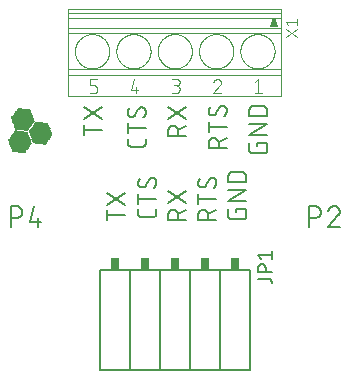
<source format=gbr>
G04 EAGLE Gerber RS-274X export*
G75*
%MOMM*%
%FSLAX34Y34*%
%LPD*%
%INSilkscreen Top*%
%IPPOS*%
%AMOC8*
5,1,8,0,0,1.08239X$1,22.5*%
G01*
%ADD10C,0.127000*%
%ADD11R,0.014731X0.014731*%
%ADD12R,0.147319X0.014731*%
%ADD13R,0.265175X0.014731*%
%ADD14R,0.383031X0.014731*%
%ADD15R,0.515619X0.014731*%
%ADD16R,0.633475X0.014731*%
%ADD17R,0.751331X0.014731*%
%ADD18R,0.883919X0.014731*%
%ADD19R,1.001775X0.014731*%
%ADD20R,1.119631X0.014731*%
%ADD21R,1.134363X0.014731*%
%ADD22R,1.149094X0.014731*%
%ADD23R,1.163825X0.014731*%
%ADD24R,1.178556X0.014731*%
%ADD25R,1.193288X0.014731*%
%ADD26R,1.222756X0.014731*%
%ADD27R,1.237488X0.014731*%
%ADD28R,1.266950X0.014731*%
%ADD29R,1.281681X0.014731*%
%ADD30R,1.311144X0.014731*%
%ADD31R,1.325881X0.014731*%
%ADD32R,1.355344X0.014731*%
%ADD33R,1.370075X0.014731*%
%ADD34R,1.384806X0.014731*%
%ADD35R,1.399538X0.014731*%
%ADD36R,1.414275X0.014731*%
%ADD37R,1.443738X0.014731*%
%ADD38R,1.458469X0.014731*%
%ADD39R,1.487931X0.014731*%
%ADD40R,1.502663X0.014731*%
%ADD41R,1.517394X0.014731*%
%ADD42R,1.532125X0.014731*%
%ADD43R,1.546856X0.014731*%
%ADD44R,1.576319X0.014731*%
%ADD45R,1.605788X0.014731*%
%ADD46R,1.620519X0.014731*%
%ADD47R,1.649981X0.014731*%
%ADD48R,1.664713X0.014731*%
%ADD49R,1.694175X0.014731*%
%ADD50R,1.708913X0.014731*%
%ADD51R,1.738375X0.014731*%
%ADD52R,1.753106X0.014731*%
%ADD53R,1.767838X0.014731*%
%ADD54R,1.782569X0.014731*%
%ADD55R,1.797306X0.014731*%
%ADD56R,0.117856X0.014731*%
%ADD57R,1.826769X0.014731*%
%ADD58R,0.235713X0.014731*%
%ADD59R,0.353569X0.014731*%
%ADD60R,1.856231X0.014731*%
%ADD61R,0.486156X0.014731*%
%ADD62R,1.870963X0.014731*%
%ADD63R,0.604013X0.014731*%
%ADD64R,0.721869X0.014731*%
%ADD65R,1.885694X0.014731*%
%ADD66R,0.839719X0.014731*%
%ADD67R,0.972306X0.014731*%
%ADD68R,1.090169X0.014731*%
%ADD69R,1.208025X0.014731*%
%ADD70R,1.252219X0.014731*%
%ADD71R,1.296412X0.014731*%
%ADD72R,1.340612X0.014731*%
%ADD73R,1.826763X0.014731*%
%ADD74R,1.414269X0.014731*%
%ADD75R,1.812031X0.014731*%
%ADD76R,1.429000X0.014731*%
%ADD77R,1.458462X0.014731*%
%ADD78R,1.473200X0.014731*%
%ADD79R,1.723644X0.014731*%
%ADD80R,1.694181X0.014731*%
%ADD81R,1.679450X0.014731*%
%ADD82R,1.561594X0.014731*%
%ADD83R,1.576325X0.014731*%
%ADD84R,1.591056X0.014731*%
%ADD85R,1.635250X0.014731*%
%ADD86R,1.561588X0.014731*%
%ADD87R,1.443731X0.014731*%
%ADD88R,1.797300X0.014731*%
%ADD89R,1.841500X0.014731*%
%ADD90R,1.311150X0.014731*%
%ADD91R,1.296419X0.014731*%
%ADD92R,1.193294X0.014731*%
%ADD93R,0.957575X0.014731*%
%ADD94R,0.589281X0.014731*%
%ADD95R,0.471425X0.014731*%
%ADD96R,0.220975X0.014731*%
%ADD97R,1.812038X0.014731*%
%ADD98R,0.103119X0.014731*%
%ADD99R,0.029463X0.014731*%
%ADD100R,0.162050X0.014731*%
%ADD101R,0.397763X0.014731*%
%ADD102R,0.648206X0.014731*%
%ADD103R,1.679444X0.014731*%
%ADD104R,1.016506X0.014731*%
%ADD105R,1.104900X0.014731*%
%ADD106R,1.222750X0.014731*%
%ADD107R,1.429006X0.014731*%
%ADD108R,1.208019X0.014731*%
%ADD109R,0.987044X0.014731*%
%ADD110R,0.854456X0.014731*%
%ADD111R,0.618744X0.014731*%
%ADD112R,0.500888X0.014731*%
%ADD113R,0.368300X0.014731*%
%ADD114R,0.132587X0.014731*%
%ADD115R,1.664719X0.014731*%
%ADD116R,1.075438X0.014731*%
%ADD117R,0.942844X0.014731*%
%ADD118R,0.707131X0.014731*%
%ADD119R,0.456694X0.014731*%
%ADD120R,0.088388X0.014731*%
%ADD121C,0.152400*%
%ADD122C,0.101600*%
%ADD123C,0.076200*%
%ADD124R,0.762000X1.016000*%

G36*
X261212Y285882D02*
X261212Y285882D01*
X261234Y285880D01*
X261309Y285902D01*
X261387Y285917D01*
X261405Y285930D01*
X261426Y285936D01*
X261487Y285986D01*
X261552Y286030D01*
X261564Y286049D01*
X261582Y286063D01*
X261619Y286132D01*
X261662Y286198D01*
X261665Y286220D01*
X261676Y286239D01*
X261683Y286318D01*
X261697Y286395D01*
X261692Y286417D01*
X261694Y286439D01*
X261665Y286538D01*
X261654Y286591D01*
X261647Y286600D01*
X261644Y286612D01*
X258469Y292962D01*
X258427Y293015D01*
X258393Y293073D01*
X258366Y293093D01*
X258345Y293120D01*
X258287Y293153D01*
X258233Y293193D01*
X258200Y293201D01*
X258171Y293218D01*
X258104Y293225D01*
X258038Y293242D01*
X258005Y293237D01*
X257971Y293240D01*
X257907Y293221D01*
X257840Y293211D01*
X257811Y293193D01*
X257779Y293184D01*
X257727Y293141D01*
X257669Y293106D01*
X257647Y293077D01*
X257623Y293058D01*
X257600Y293014D01*
X257561Y292962D01*
X254386Y286612D01*
X254381Y286590D01*
X254368Y286572D01*
X254354Y286494D01*
X254334Y286418D01*
X254337Y286396D01*
X254333Y286375D01*
X254350Y286298D01*
X254360Y286220D01*
X254372Y286201D01*
X254376Y286179D01*
X254422Y286115D01*
X254462Y286047D01*
X254480Y286034D01*
X254492Y286016D01*
X254559Y285974D01*
X254622Y285927D01*
X254644Y285921D01*
X254663Y285910D01*
X254764Y285891D01*
X254817Y285878D01*
X254828Y285880D01*
X254840Y285878D01*
X261190Y285878D01*
X261212Y285882D01*
G37*
D10*
X112649Y198766D02*
X97155Y198766D01*
X97155Y203069D02*
X97155Y194462D01*
X112649Y207476D02*
X97155Y217805D01*
X97155Y207476D02*
X112649Y217805D01*
X243741Y187361D02*
X243741Y184779D01*
X243741Y187361D02*
X252349Y187361D01*
X252349Y182197D01*
X252347Y182082D01*
X252341Y181967D01*
X252332Y181852D01*
X252318Y181738D01*
X252301Y181624D01*
X252280Y181511D01*
X252255Y181399D01*
X252227Y181287D01*
X252194Y181177D01*
X252158Y181068D01*
X252119Y180960D01*
X252076Y180853D01*
X252029Y180748D01*
X251979Y180644D01*
X251925Y180542D01*
X251868Y180442D01*
X251808Y180344D01*
X251745Y180248D01*
X251678Y180155D01*
X251608Y180063D01*
X251535Y179974D01*
X251460Y179887D01*
X251381Y179803D01*
X251300Y179722D01*
X251216Y179644D01*
X251129Y179568D01*
X251040Y179495D01*
X250948Y179425D01*
X250855Y179358D01*
X250759Y179295D01*
X250661Y179235D01*
X250561Y179178D01*
X250459Y179124D01*
X250355Y179074D01*
X250250Y179027D01*
X250143Y178984D01*
X250035Y178945D01*
X249926Y178909D01*
X249816Y178876D01*
X249704Y178848D01*
X249592Y178823D01*
X249479Y178802D01*
X249365Y178785D01*
X249251Y178771D01*
X249136Y178762D01*
X249021Y178756D01*
X248906Y178754D01*
X240298Y178754D01*
X240183Y178756D01*
X240068Y178762D01*
X239953Y178771D01*
X239839Y178785D01*
X239725Y178802D01*
X239612Y178823D01*
X239500Y178848D01*
X239388Y178876D01*
X239278Y178909D01*
X239169Y178945D01*
X239061Y178984D01*
X238954Y179027D01*
X238849Y179074D01*
X238745Y179124D01*
X238643Y179178D01*
X238543Y179235D01*
X238445Y179295D01*
X238349Y179358D01*
X238256Y179425D01*
X238164Y179495D01*
X238075Y179568D01*
X237988Y179643D01*
X237904Y179722D01*
X237823Y179803D01*
X237745Y179887D01*
X237669Y179974D01*
X237596Y180063D01*
X237526Y180155D01*
X237459Y180248D01*
X237396Y180344D01*
X237336Y180442D01*
X237279Y180542D01*
X237225Y180644D01*
X237175Y180748D01*
X237128Y180853D01*
X237085Y180960D01*
X237046Y181068D01*
X237010Y181177D01*
X236977Y181287D01*
X236949Y181399D01*
X236924Y181511D01*
X236903Y181624D01*
X236886Y181738D01*
X236872Y181852D01*
X236863Y181967D01*
X236857Y182082D01*
X236855Y182197D01*
X236855Y187361D01*
X236855Y194610D02*
X252349Y194610D01*
X252349Y203218D02*
X236855Y194610D01*
X236855Y203218D02*
X252349Y203218D01*
X252349Y210467D02*
X236855Y210467D01*
X236855Y214771D01*
X236857Y214901D01*
X236863Y215031D01*
X236873Y215161D01*
X236886Y215290D01*
X236904Y215419D01*
X236926Y215547D01*
X236951Y215674D01*
X236980Y215801D01*
X237013Y215927D01*
X237050Y216051D01*
X237090Y216175D01*
X237135Y216297D01*
X237183Y216418D01*
X237234Y216537D01*
X237289Y216655D01*
X237348Y216771D01*
X237410Y216885D01*
X237476Y216998D01*
X237545Y217108D01*
X237617Y217216D01*
X237692Y217322D01*
X237771Y217425D01*
X237853Y217526D01*
X237937Y217625D01*
X238025Y217721D01*
X238116Y217814D01*
X238209Y217905D01*
X238305Y217993D01*
X238404Y218077D01*
X238505Y218159D01*
X238608Y218238D01*
X238714Y218313D01*
X238822Y218385D01*
X238932Y218454D01*
X239045Y218520D01*
X239159Y218582D01*
X239275Y218641D01*
X239393Y218696D01*
X239512Y218747D01*
X239633Y218795D01*
X239755Y218840D01*
X239879Y218880D01*
X240003Y218917D01*
X240129Y218950D01*
X240256Y218979D01*
X240383Y219005D01*
X240511Y219026D01*
X240640Y219044D01*
X240770Y219057D01*
X240899Y219067D01*
X241029Y219073D01*
X241159Y219075D01*
X248045Y219075D01*
X248175Y219073D01*
X248305Y219067D01*
X248435Y219057D01*
X248564Y219044D01*
X248693Y219026D01*
X248821Y219005D01*
X248948Y218979D01*
X249075Y218950D01*
X249201Y218917D01*
X249325Y218880D01*
X249449Y218840D01*
X249571Y218795D01*
X249692Y218747D01*
X249811Y218696D01*
X249929Y218641D01*
X250045Y218582D01*
X250159Y218520D01*
X250272Y218454D01*
X250382Y218385D01*
X250490Y218313D01*
X250596Y218238D01*
X250699Y218159D01*
X250800Y218077D01*
X250899Y217993D01*
X250995Y217905D01*
X251088Y217814D01*
X251179Y217721D01*
X251267Y217625D01*
X251351Y217526D01*
X251433Y217425D01*
X251512Y217322D01*
X251587Y217216D01*
X251659Y217108D01*
X251728Y216998D01*
X251794Y216885D01*
X251856Y216771D01*
X251915Y216655D01*
X251970Y216537D01*
X252021Y216418D01*
X252069Y216297D01*
X252114Y216175D01*
X252154Y216051D01*
X252191Y215927D01*
X252224Y215801D01*
X252253Y215674D01*
X252279Y215547D01*
X252300Y215419D01*
X252318Y215290D01*
X252331Y215161D01*
X252341Y215031D01*
X252347Y214901D01*
X252349Y214771D01*
X252349Y210467D01*
X218059Y183299D02*
X202565Y183299D01*
X202565Y187603D01*
X202567Y187733D01*
X202573Y187863D01*
X202583Y187993D01*
X202596Y188122D01*
X202614Y188251D01*
X202635Y188379D01*
X202661Y188506D01*
X202690Y188633D01*
X202723Y188759D01*
X202760Y188883D01*
X202800Y189007D01*
X202845Y189129D01*
X202893Y189250D01*
X202944Y189369D01*
X202999Y189487D01*
X203058Y189603D01*
X203120Y189717D01*
X203186Y189830D01*
X203255Y189940D01*
X203327Y190048D01*
X203402Y190154D01*
X203481Y190257D01*
X203563Y190358D01*
X203647Y190457D01*
X203735Y190553D01*
X203826Y190646D01*
X203919Y190737D01*
X204015Y190825D01*
X204114Y190909D01*
X204215Y190991D01*
X204318Y191070D01*
X204424Y191145D01*
X204532Y191217D01*
X204642Y191286D01*
X204755Y191352D01*
X204869Y191414D01*
X204985Y191473D01*
X205103Y191528D01*
X205222Y191579D01*
X205343Y191627D01*
X205465Y191672D01*
X205589Y191712D01*
X205713Y191749D01*
X205839Y191782D01*
X205966Y191811D01*
X206093Y191837D01*
X206221Y191858D01*
X206350Y191876D01*
X206479Y191889D01*
X206609Y191899D01*
X206739Y191905D01*
X206869Y191907D01*
X206999Y191905D01*
X207129Y191899D01*
X207259Y191889D01*
X207388Y191876D01*
X207517Y191858D01*
X207645Y191837D01*
X207772Y191811D01*
X207899Y191782D01*
X208025Y191749D01*
X208149Y191712D01*
X208273Y191672D01*
X208395Y191627D01*
X208516Y191579D01*
X208635Y191528D01*
X208753Y191473D01*
X208869Y191414D01*
X208983Y191352D01*
X209096Y191286D01*
X209206Y191217D01*
X209314Y191145D01*
X209420Y191070D01*
X209523Y190991D01*
X209624Y190909D01*
X209723Y190825D01*
X209819Y190737D01*
X209912Y190646D01*
X210003Y190553D01*
X210091Y190457D01*
X210175Y190358D01*
X210257Y190257D01*
X210336Y190154D01*
X210411Y190048D01*
X210483Y189940D01*
X210552Y189830D01*
X210618Y189717D01*
X210680Y189603D01*
X210739Y189487D01*
X210794Y189369D01*
X210845Y189250D01*
X210893Y189129D01*
X210938Y189007D01*
X210978Y188883D01*
X211015Y188759D01*
X211048Y188633D01*
X211077Y188506D01*
X211103Y188379D01*
X211124Y188251D01*
X211142Y188122D01*
X211155Y187993D01*
X211165Y187863D01*
X211171Y187733D01*
X211173Y187603D01*
X211173Y183299D01*
X211173Y188463D02*
X218059Y191907D01*
X218059Y201392D02*
X202565Y201392D01*
X202565Y197088D02*
X202565Y205696D01*
X214616Y219075D02*
X214731Y219073D01*
X214846Y219067D01*
X214961Y219058D01*
X215075Y219044D01*
X215189Y219027D01*
X215302Y219006D01*
X215414Y218981D01*
X215526Y218953D01*
X215636Y218920D01*
X215745Y218884D01*
X215853Y218845D01*
X215960Y218802D01*
X216065Y218755D01*
X216169Y218705D01*
X216271Y218651D01*
X216371Y218594D01*
X216469Y218534D01*
X216565Y218471D01*
X216658Y218404D01*
X216750Y218334D01*
X216839Y218261D01*
X216926Y218186D01*
X217010Y218107D01*
X217091Y218026D01*
X217170Y217942D01*
X217245Y217855D01*
X217318Y217766D01*
X217388Y217674D01*
X217455Y217581D01*
X217518Y217485D01*
X217578Y217387D01*
X217635Y217287D01*
X217689Y217185D01*
X217739Y217081D01*
X217786Y216976D01*
X217829Y216869D01*
X217868Y216761D01*
X217904Y216652D01*
X217937Y216542D01*
X217965Y216430D01*
X217990Y216318D01*
X218011Y216205D01*
X218028Y216091D01*
X218042Y215977D01*
X218051Y215862D01*
X218057Y215747D01*
X218059Y215632D01*
X218057Y215458D01*
X218051Y215284D01*
X218040Y215110D01*
X218026Y214937D01*
X218007Y214764D01*
X217984Y214591D01*
X217957Y214419D01*
X217926Y214248D01*
X217891Y214078D01*
X217852Y213908D01*
X217809Y213740D01*
X217761Y213572D01*
X217710Y213406D01*
X217655Y213241D01*
X217596Y213077D01*
X217532Y212915D01*
X217466Y212754D01*
X217395Y212595D01*
X217320Y212438D01*
X217242Y212282D01*
X217160Y212129D01*
X217074Y211977D01*
X216985Y211828D01*
X216892Y211681D01*
X216796Y211536D01*
X216696Y211393D01*
X216593Y211253D01*
X216487Y211115D01*
X216377Y210980D01*
X216264Y210848D01*
X216148Y210718D01*
X216029Y210591D01*
X215907Y210467D01*
X206008Y210898D02*
X205893Y210900D01*
X205778Y210906D01*
X205663Y210915D01*
X205549Y210929D01*
X205435Y210946D01*
X205322Y210967D01*
X205210Y210992D01*
X205098Y211020D01*
X204988Y211053D01*
X204879Y211089D01*
X204771Y211128D01*
X204664Y211171D01*
X204559Y211218D01*
X204455Y211268D01*
X204353Y211322D01*
X204253Y211379D01*
X204155Y211439D01*
X204059Y211502D01*
X203966Y211569D01*
X203874Y211639D01*
X203785Y211712D01*
X203698Y211787D01*
X203614Y211866D01*
X203533Y211947D01*
X203454Y212031D01*
X203379Y212118D01*
X203306Y212207D01*
X203236Y212299D01*
X203169Y212392D01*
X203106Y212488D01*
X203046Y212586D01*
X202989Y212686D01*
X202935Y212788D01*
X202885Y212892D01*
X202838Y212997D01*
X202795Y213104D01*
X202756Y213212D01*
X202720Y213321D01*
X202687Y213431D01*
X202659Y213543D01*
X202634Y213655D01*
X202613Y213768D01*
X202596Y213882D01*
X202582Y213996D01*
X202573Y214111D01*
X202567Y214226D01*
X202565Y214341D01*
X202567Y214501D01*
X202573Y214660D01*
X202583Y214820D01*
X202597Y214979D01*
X202614Y215138D01*
X202636Y215296D01*
X202662Y215454D01*
X202691Y215611D01*
X202725Y215767D01*
X202762Y215923D01*
X202803Y216077D01*
X202848Y216230D01*
X202896Y216383D01*
X202949Y216534D01*
X203005Y216683D01*
X203065Y216831D01*
X203128Y216978D01*
X203195Y217123D01*
X203266Y217266D01*
X203340Y217408D01*
X203418Y217548D01*
X203499Y217685D01*
X203583Y217821D01*
X203671Y217954D01*
X203762Y218086D01*
X203856Y218215D01*
X209021Y212620D02*
X208960Y212520D01*
X208895Y212422D01*
X208828Y212326D01*
X208757Y212233D01*
X208683Y212142D01*
X208606Y212054D01*
X208526Y211968D01*
X208443Y211885D01*
X208358Y211805D01*
X208270Y211728D01*
X208179Y211654D01*
X208086Y211583D01*
X207991Y211515D01*
X207893Y211450D01*
X207794Y211388D01*
X207692Y211330D01*
X207588Y211275D01*
X207483Y211224D01*
X207376Y211177D01*
X207267Y211133D01*
X207157Y211092D01*
X207046Y211056D01*
X206934Y211023D01*
X206820Y210994D01*
X206706Y210968D01*
X206591Y210947D01*
X206475Y210929D01*
X206359Y210916D01*
X206242Y210906D01*
X206125Y210900D01*
X206008Y210898D01*
X211603Y217353D02*
X211664Y217453D01*
X211729Y217551D01*
X211797Y217647D01*
X211867Y217740D01*
X211941Y217831D01*
X212018Y217919D01*
X212098Y218005D01*
X212181Y218088D01*
X212266Y218168D01*
X212354Y218245D01*
X212445Y218319D01*
X212538Y218391D01*
X212633Y218459D01*
X212731Y218523D01*
X212830Y218585D01*
X212932Y218643D01*
X213036Y218698D01*
X213141Y218749D01*
X213248Y218796D01*
X213357Y218840D01*
X213467Y218881D01*
X213578Y218917D01*
X213690Y218950D01*
X213804Y218979D01*
X213918Y219005D01*
X214033Y219026D01*
X214149Y219044D01*
X214265Y219057D01*
X214382Y219067D01*
X214499Y219073D01*
X214616Y219075D01*
X211603Y217353D02*
X209021Y212619D01*
X183769Y193556D02*
X168275Y193556D01*
X168275Y197860D01*
X168277Y197990D01*
X168283Y198120D01*
X168293Y198250D01*
X168306Y198379D01*
X168324Y198508D01*
X168345Y198636D01*
X168371Y198763D01*
X168400Y198890D01*
X168433Y199016D01*
X168470Y199140D01*
X168510Y199264D01*
X168555Y199386D01*
X168603Y199507D01*
X168654Y199626D01*
X168709Y199744D01*
X168768Y199860D01*
X168830Y199974D01*
X168896Y200087D01*
X168965Y200197D01*
X169037Y200305D01*
X169112Y200411D01*
X169191Y200514D01*
X169273Y200615D01*
X169357Y200714D01*
X169445Y200810D01*
X169536Y200903D01*
X169629Y200994D01*
X169725Y201082D01*
X169824Y201166D01*
X169925Y201248D01*
X170028Y201327D01*
X170134Y201402D01*
X170242Y201474D01*
X170352Y201543D01*
X170465Y201609D01*
X170579Y201671D01*
X170695Y201730D01*
X170813Y201785D01*
X170932Y201836D01*
X171053Y201884D01*
X171175Y201929D01*
X171299Y201969D01*
X171423Y202006D01*
X171549Y202039D01*
X171676Y202068D01*
X171803Y202094D01*
X171931Y202115D01*
X172060Y202133D01*
X172189Y202146D01*
X172319Y202156D01*
X172449Y202162D01*
X172579Y202164D01*
X172709Y202162D01*
X172839Y202156D01*
X172969Y202146D01*
X173098Y202133D01*
X173227Y202115D01*
X173355Y202094D01*
X173482Y202068D01*
X173609Y202039D01*
X173735Y202006D01*
X173859Y201969D01*
X173983Y201929D01*
X174105Y201884D01*
X174226Y201836D01*
X174345Y201785D01*
X174463Y201730D01*
X174579Y201671D01*
X174693Y201609D01*
X174806Y201543D01*
X174916Y201474D01*
X175024Y201402D01*
X175130Y201327D01*
X175233Y201248D01*
X175334Y201166D01*
X175433Y201082D01*
X175529Y200994D01*
X175622Y200903D01*
X175713Y200810D01*
X175801Y200714D01*
X175885Y200615D01*
X175967Y200514D01*
X176046Y200411D01*
X176121Y200305D01*
X176193Y200197D01*
X176262Y200087D01*
X176328Y199974D01*
X176390Y199860D01*
X176449Y199744D01*
X176504Y199626D01*
X176555Y199507D01*
X176603Y199386D01*
X176648Y199264D01*
X176688Y199140D01*
X176725Y199016D01*
X176758Y198890D01*
X176787Y198763D01*
X176813Y198636D01*
X176834Y198508D01*
X176852Y198379D01*
X176865Y198250D01*
X176875Y198120D01*
X176881Y197990D01*
X176883Y197860D01*
X176883Y193556D01*
X176883Y198721D02*
X183769Y202164D01*
X183769Y207476D02*
X168275Y217805D01*
X168275Y207476D02*
X183769Y217805D01*
X149479Y191270D02*
X149479Y187827D01*
X149477Y187712D01*
X149471Y187597D01*
X149462Y187482D01*
X149448Y187368D01*
X149431Y187254D01*
X149410Y187141D01*
X149385Y187029D01*
X149357Y186917D01*
X149324Y186807D01*
X149288Y186698D01*
X149249Y186590D01*
X149206Y186483D01*
X149159Y186378D01*
X149109Y186274D01*
X149055Y186172D01*
X148998Y186072D01*
X148938Y185974D01*
X148875Y185878D01*
X148808Y185785D01*
X148738Y185693D01*
X148665Y185604D01*
X148590Y185517D01*
X148511Y185433D01*
X148430Y185352D01*
X148346Y185274D01*
X148259Y185198D01*
X148170Y185125D01*
X148078Y185055D01*
X147985Y184988D01*
X147889Y184925D01*
X147791Y184865D01*
X147691Y184808D01*
X147589Y184754D01*
X147485Y184704D01*
X147380Y184657D01*
X147273Y184614D01*
X147165Y184575D01*
X147056Y184539D01*
X146946Y184506D01*
X146834Y184478D01*
X146722Y184453D01*
X146609Y184432D01*
X146495Y184415D01*
X146381Y184401D01*
X146266Y184392D01*
X146151Y184386D01*
X146036Y184384D01*
X146036Y184383D02*
X137428Y184383D01*
X137428Y184384D02*
X137313Y184386D01*
X137198Y184392D01*
X137083Y184401D01*
X136969Y184415D01*
X136855Y184432D01*
X136742Y184453D01*
X136630Y184478D01*
X136518Y184506D01*
X136408Y184539D01*
X136299Y184575D01*
X136191Y184614D01*
X136084Y184657D01*
X135979Y184704D01*
X135875Y184754D01*
X135773Y184808D01*
X135673Y184865D01*
X135575Y184925D01*
X135479Y184988D01*
X135386Y185055D01*
X135294Y185125D01*
X135205Y185198D01*
X135118Y185273D01*
X135034Y185352D01*
X134953Y185433D01*
X134875Y185517D01*
X134799Y185604D01*
X134726Y185693D01*
X134656Y185785D01*
X134589Y185878D01*
X134526Y185974D01*
X134466Y186072D01*
X134409Y186172D01*
X134355Y186274D01*
X134305Y186378D01*
X134258Y186483D01*
X134215Y186590D01*
X134176Y186698D01*
X134140Y186807D01*
X134107Y186917D01*
X134079Y187029D01*
X134054Y187141D01*
X134033Y187254D01*
X134016Y187368D01*
X134002Y187482D01*
X133993Y187597D01*
X133987Y187712D01*
X133985Y187827D01*
X133985Y191270D01*
X133985Y200122D02*
X149479Y200122D01*
X133985Y195818D02*
X133985Y204426D01*
X146036Y217805D02*
X146151Y217803D01*
X146266Y217797D01*
X146381Y217788D01*
X146495Y217774D01*
X146609Y217757D01*
X146722Y217736D01*
X146834Y217711D01*
X146946Y217683D01*
X147056Y217650D01*
X147165Y217614D01*
X147273Y217575D01*
X147380Y217532D01*
X147485Y217485D01*
X147589Y217435D01*
X147691Y217381D01*
X147791Y217324D01*
X147889Y217264D01*
X147985Y217201D01*
X148078Y217134D01*
X148170Y217064D01*
X148259Y216991D01*
X148346Y216916D01*
X148430Y216837D01*
X148511Y216756D01*
X148590Y216672D01*
X148665Y216585D01*
X148738Y216496D01*
X148808Y216404D01*
X148875Y216311D01*
X148938Y216215D01*
X148998Y216117D01*
X149055Y216017D01*
X149109Y215915D01*
X149159Y215811D01*
X149206Y215706D01*
X149249Y215599D01*
X149288Y215491D01*
X149324Y215382D01*
X149357Y215272D01*
X149385Y215160D01*
X149410Y215048D01*
X149431Y214935D01*
X149448Y214821D01*
X149462Y214707D01*
X149471Y214592D01*
X149477Y214477D01*
X149479Y214362D01*
X149477Y214188D01*
X149471Y214014D01*
X149460Y213840D01*
X149446Y213667D01*
X149427Y213494D01*
X149404Y213321D01*
X149377Y213149D01*
X149346Y212978D01*
X149311Y212808D01*
X149272Y212638D01*
X149229Y212470D01*
X149181Y212302D01*
X149130Y212136D01*
X149075Y211971D01*
X149016Y211807D01*
X148952Y211645D01*
X148886Y211484D01*
X148815Y211325D01*
X148740Y211168D01*
X148662Y211012D01*
X148580Y210859D01*
X148494Y210707D01*
X148405Y210558D01*
X148312Y210411D01*
X148216Y210266D01*
X148116Y210123D01*
X148013Y209983D01*
X147907Y209845D01*
X147797Y209710D01*
X147684Y209578D01*
X147568Y209448D01*
X147449Y209321D01*
X147327Y209197D01*
X137428Y209628D02*
X137313Y209630D01*
X137198Y209636D01*
X137083Y209645D01*
X136969Y209659D01*
X136855Y209676D01*
X136742Y209697D01*
X136630Y209722D01*
X136518Y209750D01*
X136408Y209783D01*
X136299Y209819D01*
X136191Y209858D01*
X136084Y209901D01*
X135979Y209948D01*
X135875Y209998D01*
X135773Y210052D01*
X135673Y210109D01*
X135575Y210169D01*
X135479Y210232D01*
X135386Y210299D01*
X135294Y210369D01*
X135205Y210442D01*
X135118Y210517D01*
X135034Y210596D01*
X134953Y210677D01*
X134874Y210761D01*
X134799Y210848D01*
X134726Y210937D01*
X134656Y211029D01*
X134589Y211122D01*
X134526Y211218D01*
X134466Y211316D01*
X134409Y211416D01*
X134355Y211518D01*
X134305Y211622D01*
X134258Y211727D01*
X134215Y211834D01*
X134176Y211942D01*
X134140Y212051D01*
X134107Y212161D01*
X134079Y212273D01*
X134054Y212385D01*
X134033Y212498D01*
X134016Y212612D01*
X134002Y212726D01*
X133993Y212841D01*
X133987Y212956D01*
X133985Y213071D01*
X133987Y213231D01*
X133993Y213390D01*
X134003Y213550D01*
X134017Y213709D01*
X134034Y213868D01*
X134056Y214026D01*
X134082Y214184D01*
X134111Y214341D01*
X134145Y214497D01*
X134182Y214653D01*
X134223Y214807D01*
X134268Y214960D01*
X134316Y215113D01*
X134369Y215264D01*
X134425Y215413D01*
X134485Y215561D01*
X134548Y215708D01*
X134615Y215853D01*
X134686Y215996D01*
X134760Y216138D01*
X134838Y216278D01*
X134919Y216415D01*
X135003Y216551D01*
X135091Y216684D01*
X135182Y216816D01*
X135276Y216945D01*
X140441Y211350D02*
X140380Y211250D01*
X140315Y211152D01*
X140248Y211056D01*
X140177Y210963D01*
X140103Y210872D01*
X140026Y210784D01*
X139946Y210698D01*
X139863Y210615D01*
X139778Y210535D01*
X139690Y210458D01*
X139599Y210384D01*
X139506Y210313D01*
X139411Y210245D01*
X139313Y210180D01*
X139214Y210118D01*
X139112Y210060D01*
X139008Y210005D01*
X138903Y209954D01*
X138796Y209907D01*
X138687Y209863D01*
X138577Y209822D01*
X138466Y209786D01*
X138354Y209753D01*
X138240Y209724D01*
X138126Y209698D01*
X138011Y209677D01*
X137895Y209659D01*
X137779Y209646D01*
X137662Y209636D01*
X137545Y209630D01*
X137428Y209628D01*
X143023Y216083D02*
X143084Y216183D01*
X143149Y216281D01*
X143217Y216377D01*
X143287Y216470D01*
X143361Y216561D01*
X143438Y216649D01*
X143518Y216735D01*
X143601Y216818D01*
X143686Y216898D01*
X143774Y216975D01*
X143865Y217049D01*
X143958Y217121D01*
X144053Y217189D01*
X144151Y217253D01*
X144250Y217315D01*
X144352Y217373D01*
X144456Y217428D01*
X144561Y217479D01*
X144668Y217526D01*
X144777Y217570D01*
X144887Y217611D01*
X144998Y217647D01*
X145110Y217680D01*
X145224Y217709D01*
X145338Y217735D01*
X145453Y217756D01*
X145569Y217774D01*
X145685Y217787D01*
X145802Y217797D01*
X145919Y217803D01*
X146036Y217805D01*
X143023Y216083D02*
X140441Y211349D01*
X131699Y126376D02*
X116205Y126376D01*
X116205Y130679D02*
X116205Y122072D01*
X131699Y135086D02*
X116205Y145415D01*
X116205Y135086D02*
X131699Y145415D01*
X158369Y131580D02*
X158369Y128137D01*
X158367Y128022D01*
X158361Y127907D01*
X158352Y127792D01*
X158338Y127678D01*
X158321Y127564D01*
X158300Y127451D01*
X158275Y127339D01*
X158247Y127227D01*
X158214Y127117D01*
X158178Y127008D01*
X158139Y126900D01*
X158096Y126793D01*
X158049Y126688D01*
X157999Y126584D01*
X157945Y126482D01*
X157888Y126382D01*
X157828Y126284D01*
X157765Y126188D01*
X157698Y126095D01*
X157628Y126003D01*
X157555Y125914D01*
X157480Y125827D01*
X157401Y125743D01*
X157320Y125662D01*
X157236Y125584D01*
X157149Y125508D01*
X157060Y125435D01*
X156968Y125365D01*
X156875Y125298D01*
X156779Y125235D01*
X156681Y125175D01*
X156581Y125118D01*
X156479Y125064D01*
X156375Y125014D01*
X156270Y124967D01*
X156163Y124924D01*
X156055Y124885D01*
X155946Y124849D01*
X155836Y124816D01*
X155724Y124788D01*
X155612Y124763D01*
X155499Y124742D01*
X155385Y124725D01*
X155271Y124711D01*
X155156Y124702D01*
X155041Y124696D01*
X154926Y124694D01*
X154926Y124693D02*
X146318Y124693D01*
X146318Y124694D02*
X146203Y124696D01*
X146088Y124702D01*
X145973Y124711D01*
X145859Y124725D01*
X145745Y124742D01*
X145632Y124763D01*
X145520Y124788D01*
X145408Y124816D01*
X145298Y124849D01*
X145189Y124885D01*
X145081Y124924D01*
X144974Y124967D01*
X144869Y125014D01*
X144765Y125064D01*
X144663Y125118D01*
X144563Y125175D01*
X144465Y125235D01*
X144369Y125298D01*
X144276Y125365D01*
X144184Y125435D01*
X144095Y125508D01*
X144008Y125583D01*
X143924Y125662D01*
X143843Y125743D01*
X143765Y125827D01*
X143689Y125914D01*
X143616Y126003D01*
X143546Y126095D01*
X143479Y126188D01*
X143416Y126284D01*
X143356Y126382D01*
X143299Y126482D01*
X143245Y126584D01*
X143195Y126688D01*
X143148Y126793D01*
X143105Y126900D01*
X143066Y127008D01*
X143030Y127117D01*
X142997Y127227D01*
X142969Y127339D01*
X142944Y127451D01*
X142923Y127564D01*
X142906Y127678D01*
X142892Y127792D01*
X142883Y127907D01*
X142877Y128022D01*
X142875Y128137D01*
X142875Y131580D01*
X142875Y140432D02*
X158369Y140432D01*
X142875Y136128D02*
X142875Y144736D01*
X154926Y158115D02*
X155041Y158113D01*
X155156Y158107D01*
X155271Y158098D01*
X155385Y158084D01*
X155499Y158067D01*
X155612Y158046D01*
X155724Y158021D01*
X155836Y157993D01*
X155946Y157960D01*
X156055Y157924D01*
X156163Y157885D01*
X156270Y157842D01*
X156375Y157795D01*
X156479Y157745D01*
X156581Y157691D01*
X156681Y157634D01*
X156779Y157574D01*
X156875Y157511D01*
X156968Y157444D01*
X157060Y157374D01*
X157149Y157301D01*
X157236Y157226D01*
X157320Y157147D01*
X157401Y157066D01*
X157480Y156982D01*
X157555Y156895D01*
X157628Y156806D01*
X157698Y156714D01*
X157765Y156621D01*
X157828Y156525D01*
X157888Y156427D01*
X157945Y156327D01*
X157999Y156225D01*
X158049Y156121D01*
X158096Y156016D01*
X158139Y155909D01*
X158178Y155801D01*
X158214Y155692D01*
X158247Y155582D01*
X158275Y155470D01*
X158300Y155358D01*
X158321Y155245D01*
X158338Y155131D01*
X158352Y155017D01*
X158361Y154902D01*
X158367Y154787D01*
X158369Y154672D01*
X158367Y154498D01*
X158361Y154324D01*
X158350Y154150D01*
X158336Y153977D01*
X158317Y153804D01*
X158294Y153631D01*
X158267Y153459D01*
X158236Y153288D01*
X158201Y153118D01*
X158162Y152948D01*
X158119Y152780D01*
X158071Y152612D01*
X158020Y152446D01*
X157965Y152281D01*
X157906Y152117D01*
X157842Y151955D01*
X157776Y151794D01*
X157705Y151635D01*
X157630Y151478D01*
X157552Y151322D01*
X157470Y151169D01*
X157384Y151017D01*
X157295Y150868D01*
X157202Y150721D01*
X157106Y150576D01*
X157006Y150433D01*
X156903Y150293D01*
X156797Y150155D01*
X156687Y150020D01*
X156574Y149888D01*
X156458Y149758D01*
X156339Y149631D01*
X156217Y149507D01*
X146318Y149938D02*
X146203Y149940D01*
X146088Y149946D01*
X145973Y149955D01*
X145859Y149969D01*
X145745Y149986D01*
X145632Y150007D01*
X145520Y150032D01*
X145408Y150060D01*
X145298Y150093D01*
X145189Y150129D01*
X145081Y150168D01*
X144974Y150211D01*
X144869Y150258D01*
X144765Y150308D01*
X144663Y150362D01*
X144563Y150419D01*
X144465Y150479D01*
X144369Y150542D01*
X144276Y150609D01*
X144184Y150679D01*
X144095Y150752D01*
X144008Y150827D01*
X143924Y150906D01*
X143843Y150987D01*
X143764Y151071D01*
X143689Y151158D01*
X143616Y151247D01*
X143546Y151339D01*
X143479Y151432D01*
X143416Y151528D01*
X143356Y151626D01*
X143299Y151726D01*
X143245Y151828D01*
X143195Y151932D01*
X143148Y152037D01*
X143105Y152144D01*
X143066Y152252D01*
X143030Y152361D01*
X142997Y152471D01*
X142969Y152583D01*
X142944Y152695D01*
X142923Y152808D01*
X142906Y152922D01*
X142892Y153036D01*
X142883Y153151D01*
X142877Y153266D01*
X142875Y153381D01*
X142877Y153541D01*
X142883Y153700D01*
X142893Y153860D01*
X142907Y154019D01*
X142924Y154178D01*
X142946Y154336D01*
X142972Y154494D01*
X143001Y154651D01*
X143035Y154807D01*
X143072Y154963D01*
X143113Y155117D01*
X143158Y155270D01*
X143206Y155423D01*
X143259Y155574D01*
X143315Y155723D01*
X143375Y155871D01*
X143438Y156018D01*
X143505Y156163D01*
X143576Y156306D01*
X143650Y156448D01*
X143728Y156588D01*
X143809Y156725D01*
X143893Y156861D01*
X143981Y156994D01*
X144072Y157126D01*
X144166Y157255D01*
X149331Y151660D02*
X149270Y151560D01*
X149205Y151462D01*
X149138Y151366D01*
X149067Y151273D01*
X148993Y151182D01*
X148916Y151094D01*
X148836Y151008D01*
X148753Y150925D01*
X148668Y150845D01*
X148580Y150768D01*
X148489Y150694D01*
X148396Y150623D01*
X148301Y150555D01*
X148203Y150490D01*
X148104Y150428D01*
X148002Y150370D01*
X147898Y150315D01*
X147793Y150264D01*
X147686Y150217D01*
X147577Y150173D01*
X147467Y150132D01*
X147356Y150096D01*
X147244Y150063D01*
X147130Y150034D01*
X147016Y150008D01*
X146901Y149987D01*
X146785Y149969D01*
X146669Y149956D01*
X146552Y149946D01*
X146435Y149940D01*
X146318Y149938D01*
X151913Y156393D02*
X151974Y156493D01*
X152039Y156591D01*
X152107Y156687D01*
X152177Y156780D01*
X152251Y156871D01*
X152328Y156959D01*
X152408Y157045D01*
X152491Y157128D01*
X152576Y157208D01*
X152664Y157285D01*
X152755Y157359D01*
X152848Y157431D01*
X152943Y157499D01*
X153041Y157563D01*
X153140Y157625D01*
X153242Y157683D01*
X153346Y157738D01*
X153451Y157789D01*
X153558Y157836D01*
X153667Y157880D01*
X153777Y157921D01*
X153888Y157957D01*
X154000Y157990D01*
X154114Y158019D01*
X154228Y158045D01*
X154343Y158066D01*
X154459Y158084D01*
X154575Y158097D01*
X154692Y158107D01*
X154809Y158113D01*
X154926Y158115D01*
X151913Y156393D02*
X149331Y151659D01*
X168275Y122436D02*
X183769Y122436D01*
X168275Y122436D02*
X168275Y126740D01*
X168277Y126870D01*
X168283Y127000D01*
X168293Y127130D01*
X168306Y127259D01*
X168324Y127388D01*
X168345Y127516D01*
X168371Y127643D01*
X168400Y127770D01*
X168433Y127896D01*
X168470Y128020D01*
X168510Y128144D01*
X168555Y128266D01*
X168603Y128387D01*
X168654Y128506D01*
X168709Y128624D01*
X168768Y128740D01*
X168830Y128854D01*
X168896Y128967D01*
X168965Y129077D01*
X169037Y129185D01*
X169112Y129291D01*
X169191Y129394D01*
X169273Y129495D01*
X169357Y129594D01*
X169445Y129690D01*
X169536Y129783D01*
X169629Y129874D01*
X169725Y129962D01*
X169824Y130046D01*
X169925Y130128D01*
X170028Y130207D01*
X170134Y130282D01*
X170242Y130354D01*
X170352Y130423D01*
X170465Y130489D01*
X170579Y130551D01*
X170695Y130610D01*
X170813Y130665D01*
X170932Y130716D01*
X171053Y130764D01*
X171175Y130809D01*
X171299Y130849D01*
X171423Y130886D01*
X171549Y130919D01*
X171676Y130948D01*
X171803Y130974D01*
X171931Y130995D01*
X172060Y131013D01*
X172189Y131026D01*
X172319Y131036D01*
X172449Y131042D01*
X172579Y131044D01*
X172709Y131042D01*
X172839Y131036D01*
X172969Y131026D01*
X173098Y131013D01*
X173227Y130995D01*
X173355Y130974D01*
X173482Y130948D01*
X173609Y130919D01*
X173735Y130886D01*
X173859Y130849D01*
X173983Y130809D01*
X174105Y130764D01*
X174226Y130716D01*
X174345Y130665D01*
X174463Y130610D01*
X174579Y130551D01*
X174693Y130489D01*
X174806Y130423D01*
X174916Y130354D01*
X175024Y130282D01*
X175130Y130207D01*
X175233Y130128D01*
X175334Y130046D01*
X175433Y129962D01*
X175529Y129874D01*
X175622Y129783D01*
X175713Y129690D01*
X175801Y129594D01*
X175885Y129495D01*
X175967Y129394D01*
X176046Y129291D01*
X176121Y129185D01*
X176193Y129077D01*
X176262Y128967D01*
X176328Y128854D01*
X176390Y128740D01*
X176449Y128624D01*
X176504Y128506D01*
X176555Y128387D01*
X176603Y128266D01*
X176648Y128144D01*
X176688Y128020D01*
X176725Y127896D01*
X176758Y127770D01*
X176787Y127643D01*
X176813Y127516D01*
X176834Y127388D01*
X176852Y127259D01*
X176865Y127130D01*
X176875Y127000D01*
X176881Y126870D01*
X176883Y126740D01*
X176883Y122436D01*
X176883Y127601D02*
X183769Y131044D01*
X183769Y136356D02*
X168275Y146685D01*
X168275Y136356D02*
X183769Y146685D01*
X193675Y122339D02*
X209169Y122339D01*
X193675Y122339D02*
X193675Y126643D01*
X193677Y126773D01*
X193683Y126903D01*
X193693Y127033D01*
X193706Y127162D01*
X193724Y127291D01*
X193745Y127419D01*
X193771Y127546D01*
X193800Y127673D01*
X193833Y127799D01*
X193870Y127923D01*
X193910Y128047D01*
X193955Y128169D01*
X194003Y128290D01*
X194054Y128409D01*
X194109Y128527D01*
X194168Y128643D01*
X194230Y128757D01*
X194296Y128870D01*
X194365Y128980D01*
X194437Y129088D01*
X194512Y129194D01*
X194591Y129297D01*
X194673Y129398D01*
X194757Y129497D01*
X194845Y129593D01*
X194936Y129686D01*
X195029Y129777D01*
X195125Y129865D01*
X195224Y129949D01*
X195325Y130031D01*
X195428Y130110D01*
X195534Y130185D01*
X195642Y130257D01*
X195752Y130326D01*
X195865Y130392D01*
X195979Y130454D01*
X196095Y130513D01*
X196213Y130568D01*
X196332Y130619D01*
X196453Y130667D01*
X196575Y130712D01*
X196699Y130752D01*
X196823Y130789D01*
X196949Y130822D01*
X197076Y130851D01*
X197203Y130877D01*
X197331Y130898D01*
X197460Y130916D01*
X197589Y130929D01*
X197719Y130939D01*
X197849Y130945D01*
X197979Y130947D01*
X198109Y130945D01*
X198239Y130939D01*
X198369Y130929D01*
X198498Y130916D01*
X198627Y130898D01*
X198755Y130877D01*
X198882Y130851D01*
X199009Y130822D01*
X199135Y130789D01*
X199259Y130752D01*
X199383Y130712D01*
X199505Y130667D01*
X199626Y130619D01*
X199745Y130568D01*
X199863Y130513D01*
X199979Y130454D01*
X200093Y130392D01*
X200206Y130326D01*
X200316Y130257D01*
X200424Y130185D01*
X200530Y130110D01*
X200633Y130031D01*
X200734Y129949D01*
X200833Y129865D01*
X200929Y129777D01*
X201022Y129686D01*
X201113Y129593D01*
X201201Y129497D01*
X201285Y129398D01*
X201367Y129297D01*
X201446Y129194D01*
X201521Y129088D01*
X201593Y128980D01*
X201662Y128870D01*
X201728Y128757D01*
X201790Y128643D01*
X201849Y128527D01*
X201904Y128409D01*
X201955Y128290D01*
X202003Y128169D01*
X202048Y128047D01*
X202088Y127923D01*
X202125Y127799D01*
X202158Y127673D01*
X202187Y127546D01*
X202213Y127419D01*
X202234Y127291D01*
X202252Y127162D01*
X202265Y127033D01*
X202275Y126903D01*
X202281Y126773D01*
X202283Y126643D01*
X202283Y122339D01*
X202283Y127503D02*
X209169Y130947D01*
X209169Y140432D02*
X193675Y140432D01*
X193675Y136128D02*
X193675Y144736D01*
X205726Y158115D02*
X205841Y158113D01*
X205956Y158107D01*
X206071Y158098D01*
X206185Y158084D01*
X206299Y158067D01*
X206412Y158046D01*
X206524Y158021D01*
X206636Y157993D01*
X206746Y157960D01*
X206855Y157924D01*
X206963Y157885D01*
X207070Y157842D01*
X207175Y157795D01*
X207279Y157745D01*
X207381Y157691D01*
X207481Y157634D01*
X207579Y157574D01*
X207675Y157511D01*
X207768Y157444D01*
X207860Y157374D01*
X207949Y157301D01*
X208036Y157226D01*
X208120Y157147D01*
X208201Y157066D01*
X208280Y156982D01*
X208355Y156895D01*
X208428Y156806D01*
X208498Y156714D01*
X208565Y156621D01*
X208628Y156525D01*
X208688Y156427D01*
X208745Y156327D01*
X208799Y156225D01*
X208849Y156121D01*
X208896Y156016D01*
X208939Y155909D01*
X208978Y155801D01*
X209014Y155692D01*
X209047Y155582D01*
X209075Y155470D01*
X209100Y155358D01*
X209121Y155245D01*
X209138Y155131D01*
X209152Y155017D01*
X209161Y154902D01*
X209167Y154787D01*
X209169Y154672D01*
X209167Y154498D01*
X209161Y154324D01*
X209150Y154150D01*
X209136Y153977D01*
X209117Y153804D01*
X209094Y153631D01*
X209067Y153459D01*
X209036Y153288D01*
X209001Y153118D01*
X208962Y152948D01*
X208919Y152780D01*
X208871Y152612D01*
X208820Y152446D01*
X208765Y152281D01*
X208706Y152117D01*
X208642Y151955D01*
X208576Y151794D01*
X208505Y151635D01*
X208430Y151478D01*
X208352Y151322D01*
X208270Y151169D01*
X208184Y151017D01*
X208095Y150868D01*
X208002Y150721D01*
X207906Y150576D01*
X207806Y150433D01*
X207703Y150293D01*
X207597Y150155D01*
X207487Y150020D01*
X207374Y149888D01*
X207258Y149758D01*
X207139Y149631D01*
X207017Y149507D01*
X197118Y149938D02*
X197003Y149940D01*
X196888Y149946D01*
X196773Y149955D01*
X196659Y149969D01*
X196545Y149986D01*
X196432Y150007D01*
X196320Y150032D01*
X196208Y150060D01*
X196098Y150093D01*
X195989Y150129D01*
X195881Y150168D01*
X195774Y150211D01*
X195669Y150258D01*
X195565Y150308D01*
X195463Y150362D01*
X195363Y150419D01*
X195265Y150479D01*
X195169Y150542D01*
X195076Y150609D01*
X194984Y150679D01*
X194895Y150752D01*
X194808Y150827D01*
X194724Y150906D01*
X194643Y150987D01*
X194564Y151071D01*
X194489Y151158D01*
X194416Y151247D01*
X194346Y151339D01*
X194279Y151432D01*
X194216Y151528D01*
X194156Y151626D01*
X194099Y151726D01*
X194045Y151828D01*
X193995Y151932D01*
X193948Y152037D01*
X193905Y152144D01*
X193866Y152252D01*
X193830Y152361D01*
X193797Y152471D01*
X193769Y152583D01*
X193744Y152695D01*
X193723Y152808D01*
X193706Y152922D01*
X193692Y153036D01*
X193683Y153151D01*
X193677Y153266D01*
X193675Y153381D01*
X193677Y153541D01*
X193683Y153700D01*
X193693Y153860D01*
X193707Y154019D01*
X193724Y154178D01*
X193746Y154336D01*
X193772Y154494D01*
X193801Y154651D01*
X193835Y154807D01*
X193872Y154963D01*
X193913Y155117D01*
X193958Y155270D01*
X194006Y155423D01*
X194059Y155574D01*
X194115Y155723D01*
X194175Y155871D01*
X194238Y156018D01*
X194305Y156163D01*
X194376Y156306D01*
X194450Y156448D01*
X194528Y156588D01*
X194609Y156725D01*
X194693Y156861D01*
X194781Y156994D01*
X194872Y157126D01*
X194966Y157255D01*
X200131Y151660D02*
X200070Y151560D01*
X200005Y151462D01*
X199938Y151366D01*
X199867Y151273D01*
X199793Y151182D01*
X199716Y151094D01*
X199636Y151008D01*
X199553Y150925D01*
X199468Y150845D01*
X199380Y150768D01*
X199289Y150694D01*
X199196Y150623D01*
X199101Y150555D01*
X199003Y150490D01*
X198904Y150428D01*
X198802Y150370D01*
X198698Y150315D01*
X198593Y150264D01*
X198486Y150217D01*
X198377Y150173D01*
X198267Y150132D01*
X198156Y150096D01*
X198044Y150063D01*
X197930Y150034D01*
X197816Y150008D01*
X197701Y149987D01*
X197585Y149969D01*
X197469Y149956D01*
X197352Y149946D01*
X197235Y149940D01*
X197118Y149938D01*
X202713Y156393D02*
X202774Y156493D01*
X202839Y156591D01*
X202907Y156687D01*
X202977Y156780D01*
X203051Y156871D01*
X203128Y156959D01*
X203208Y157045D01*
X203291Y157128D01*
X203376Y157208D01*
X203464Y157285D01*
X203555Y157359D01*
X203648Y157431D01*
X203743Y157499D01*
X203841Y157563D01*
X203940Y157625D01*
X204042Y157683D01*
X204146Y157738D01*
X204251Y157789D01*
X204358Y157836D01*
X204467Y157880D01*
X204577Y157921D01*
X204688Y157957D01*
X204800Y157990D01*
X204914Y158019D01*
X205028Y158045D01*
X205143Y158066D01*
X205259Y158084D01*
X205375Y158097D01*
X205492Y158107D01*
X205609Y158113D01*
X205726Y158115D01*
X202713Y156393D02*
X200131Y151659D01*
X225961Y131481D02*
X225961Y128899D01*
X225961Y131481D02*
X234569Y131481D01*
X234569Y126317D01*
X234567Y126202D01*
X234561Y126087D01*
X234552Y125972D01*
X234538Y125858D01*
X234521Y125744D01*
X234500Y125631D01*
X234475Y125519D01*
X234447Y125407D01*
X234414Y125297D01*
X234378Y125188D01*
X234339Y125080D01*
X234296Y124973D01*
X234249Y124868D01*
X234199Y124764D01*
X234145Y124662D01*
X234088Y124562D01*
X234028Y124464D01*
X233965Y124368D01*
X233898Y124275D01*
X233828Y124183D01*
X233755Y124094D01*
X233680Y124007D01*
X233601Y123923D01*
X233520Y123842D01*
X233436Y123764D01*
X233349Y123688D01*
X233260Y123615D01*
X233168Y123545D01*
X233075Y123478D01*
X232979Y123415D01*
X232881Y123355D01*
X232781Y123298D01*
X232679Y123244D01*
X232575Y123194D01*
X232470Y123147D01*
X232363Y123104D01*
X232255Y123065D01*
X232146Y123029D01*
X232036Y122996D01*
X231924Y122968D01*
X231812Y122943D01*
X231699Y122922D01*
X231585Y122905D01*
X231471Y122891D01*
X231356Y122882D01*
X231241Y122876D01*
X231126Y122874D01*
X222518Y122874D01*
X222403Y122876D01*
X222288Y122882D01*
X222173Y122891D01*
X222059Y122905D01*
X221945Y122922D01*
X221832Y122943D01*
X221720Y122968D01*
X221608Y122996D01*
X221498Y123029D01*
X221389Y123065D01*
X221281Y123104D01*
X221174Y123147D01*
X221069Y123194D01*
X220965Y123244D01*
X220863Y123298D01*
X220763Y123355D01*
X220665Y123415D01*
X220569Y123478D01*
X220476Y123545D01*
X220384Y123615D01*
X220295Y123688D01*
X220208Y123763D01*
X220124Y123842D01*
X220043Y123923D01*
X219965Y124007D01*
X219889Y124094D01*
X219816Y124183D01*
X219746Y124275D01*
X219679Y124368D01*
X219616Y124464D01*
X219556Y124562D01*
X219499Y124662D01*
X219445Y124764D01*
X219395Y124868D01*
X219348Y124973D01*
X219305Y125080D01*
X219266Y125188D01*
X219230Y125297D01*
X219197Y125407D01*
X219169Y125519D01*
X219144Y125631D01*
X219123Y125744D01*
X219106Y125858D01*
X219092Y125972D01*
X219083Y126087D01*
X219077Y126202D01*
X219075Y126317D01*
X219075Y131481D01*
X219075Y138730D02*
X234569Y138730D01*
X234569Y147338D02*
X219075Y138730D01*
X219075Y147338D02*
X234569Y147338D01*
X234569Y154587D02*
X219075Y154587D01*
X219075Y158891D01*
X219077Y159021D01*
X219083Y159151D01*
X219093Y159281D01*
X219106Y159410D01*
X219124Y159539D01*
X219146Y159667D01*
X219171Y159794D01*
X219200Y159921D01*
X219233Y160047D01*
X219270Y160171D01*
X219310Y160295D01*
X219355Y160417D01*
X219403Y160538D01*
X219454Y160657D01*
X219509Y160775D01*
X219568Y160891D01*
X219630Y161005D01*
X219696Y161118D01*
X219765Y161228D01*
X219837Y161336D01*
X219912Y161442D01*
X219991Y161545D01*
X220073Y161646D01*
X220157Y161745D01*
X220245Y161841D01*
X220336Y161934D01*
X220429Y162025D01*
X220525Y162113D01*
X220624Y162197D01*
X220725Y162279D01*
X220828Y162358D01*
X220934Y162433D01*
X221042Y162505D01*
X221152Y162574D01*
X221265Y162640D01*
X221379Y162702D01*
X221495Y162761D01*
X221613Y162816D01*
X221732Y162867D01*
X221853Y162915D01*
X221975Y162960D01*
X222099Y163000D01*
X222223Y163037D01*
X222349Y163070D01*
X222476Y163099D01*
X222603Y163125D01*
X222731Y163146D01*
X222860Y163164D01*
X222990Y163177D01*
X223119Y163187D01*
X223249Y163193D01*
X223379Y163195D01*
X230265Y163195D01*
X230395Y163193D01*
X230525Y163187D01*
X230655Y163177D01*
X230784Y163164D01*
X230913Y163146D01*
X231041Y163125D01*
X231168Y163099D01*
X231295Y163070D01*
X231421Y163037D01*
X231545Y163000D01*
X231669Y162960D01*
X231791Y162915D01*
X231912Y162867D01*
X232031Y162816D01*
X232149Y162761D01*
X232265Y162702D01*
X232379Y162640D01*
X232492Y162574D01*
X232602Y162505D01*
X232710Y162433D01*
X232816Y162358D01*
X232919Y162279D01*
X233020Y162197D01*
X233119Y162113D01*
X233215Y162025D01*
X233308Y161934D01*
X233399Y161841D01*
X233487Y161745D01*
X233571Y161646D01*
X233653Y161545D01*
X233732Y161442D01*
X233807Y161336D01*
X233879Y161228D01*
X233948Y161118D01*
X234014Y161005D01*
X234076Y160891D01*
X234135Y160775D01*
X234190Y160657D01*
X234241Y160538D01*
X234289Y160417D01*
X234334Y160295D01*
X234374Y160171D01*
X234411Y160047D01*
X234444Y159921D01*
X234473Y159794D01*
X234499Y159667D01*
X234520Y159539D01*
X234538Y159410D01*
X234551Y159281D01*
X234561Y159151D01*
X234567Y159021D01*
X234569Y158891D01*
X234569Y154587D01*
D11*
X46822Y178669D03*
D12*
X46307Y178816D03*
D13*
X45717Y178963D03*
D14*
X45276Y179111D03*
D15*
X44760Y179258D03*
D16*
X44318Y179405D03*
D17*
X43729Y179553D03*
D18*
X43213Y179700D03*
D19*
X42771Y179847D03*
D20*
X42329Y179995D03*
D21*
X42255Y180142D03*
D22*
X42329Y180289D03*
D23*
X42403Y180437D03*
D24*
X42329Y180584D03*
D25*
X42403Y180731D03*
D26*
X42403Y180878D03*
D27*
X42476Y181026D03*
X42476Y181173D03*
D28*
X42476Y181320D03*
D29*
X42550Y181468D03*
D30*
X42550Y181615D03*
X42550Y181762D03*
D31*
X42624Y181910D03*
D32*
X42624Y182057D03*
D33*
X42697Y182204D03*
D34*
X42624Y182352D03*
D35*
X42697Y182499D03*
D36*
X42771Y182646D03*
D37*
X42771Y182794D03*
X42771Y182941D03*
D38*
X42845Y183088D03*
D39*
X42845Y183236D03*
D40*
X42918Y183383D03*
D41*
X42845Y183530D03*
D42*
X42918Y183678D03*
D43*
X42992Y183825D03*
D44*
X42992Y183972D03*
X42992Y184120D03*
D45*
X42992Y184267D03*
D46*
X43066Y184414D03*
X43066Y184561D03*
D47*
X43066Y184709D03*
D48*
X43139Y184856D03*
D49*
X43139Y185003D03*
X43139Y185151D03*
D50*
X43213Y185298D03*
D51*
X43213Y185445D03*
D52*
X43287Y185593D03*
D53*
X43213Y185740D03*
D54*
X43287Y185887D03*
D55*
X43360Y186035D03*
D56*
X63838Y186035D03*
D57*
X43360Y186182D03*
D58*
X63249Y186182D03*
D57*
X43360Y186329D03*
D59*
X62807Y186329D03*
D60*
X43360Y186477D03*
D61*
X62291Y186477D03*
D62*
X43434Y186624D03*
D63*
X61849Y186624D03*
D62*
X43434Y186771D03*
D64*
X61260Y186771D03*
D65*
X43360Y186919D03*
D66*
X60818Y186919D03*
D65*
X43360Y187066D03*
D67*
X60302Y187066D03*
D62*
X43287Y187213D03*
D68*
X59860Y187213D03*
D65*
X43213Y187361D03*
D20*
X59713Y187361D03*
D65*
X43213Y187508D03*
D22*
X59713Y187508D03*
D65*
X43066Y187655D03*
D23*
X59787Y187655D03*
D65*
X43066Y187803D03*
D24*
X59860Y187803D03*
D62*
X42992Y187950D03*
D25*
X59787Y187950D03*
D65*
X42918Y188097D03*
D69*
X59860Y188097D03*
D65*
X42918Y188244D03*
D27*
X59860Y188244D03*
D65*
X42771Y188392D03*
D70*
X59934Y188392D03*
D65*
X42771Y188539D03*
D70*
X59934Y188539D03*
D62*
X42697Y188686D03*
D29*
X59934Y188686D03*
D65*
X42624Y188834D03*
D71*
X60008Y188834D03*
D65*
X42624Y188981D03*
D31*
X60008Y188981D03*
D65*
X42476Y189128D03*
D31*
X60008Y189128D03*
D65*
X42476Y189276D03*
D72*
X60081Y189276D03*
D62*
X42403Y189423D03*
D33*
X60081Y189423D03*
D60*
X42476Y189570D03*
D34*
X60155Y189570D03*
D60*
X42476Y189718D03*
D35*
X60081Y189718D03*
D73*
X42476Y189865D03*
D74*
X60155Y189865D03*
D75*
X42550Y190012D03*
D76*
X60228Y190012D03*
D54*
X42550Y190160D03*
D77*
X60228Y190160D03*
D54*
X42550Y190307D03*
D77*
X60228Y190307D03*
D53*
X42624Y190454D03*
D78*
X60302Y190454D03*
D51*
X42624Y190602D03*
D40*
X60302Y190602D03*
D79*
X42697Y190749D03*
D40*
X60302Y190749D03*
D50*
X42624Y190896D03*
D42*
X60302Y190896D03*
D80*
X42697Y191044D03*
D43*
X60376Y191044D03*
D81*
X42771Y191191D03*
D82*
X60449Y191191D03*
D47*
X42771Y191338D03*
D83*
X60376Y191338D03*
D47*
X42771Y191486D03*
D84*
X60449Y191486D03*
D85*
X42845Y191633D03*
D46*
X60449Y191633D03*
D45*
X42845Y191780D03*
D85*
X60523Y191780D03*
D45*
X42845Y191927D03*
D85*
X60523Y191927D03*
D83*
X42845Y192075D03*
D48*
X60523Y192075D03*
D86*
X42918Y192222D03*
D81*
X60597Y192222D03*
D43*
X42992Y192369D03*
D50*
X60597Y192369D03*
D42*
X42918Y192517D03*
D50*
X60597Y192517D03*
D41*
X42992Y192664D03*
D79*
X60670Y192664D03*
D39*
X42992Y192811D03*
D52*
X60670Y192811D03*
D78*
X43066Y192959D03*
D53*
X60744Y192959D03*
D78*
X43066Y193106D03*
D54*
X60670Y193106D03*
D87*
X43066Y193253D03*
D88*
X60744Y193253D03*
D76*
X43139Y193401D03*
D75*
X60818Y193401D03*
D35*
X43139Y193548D03*
D89*
X60818Y193548D03*
D35*
X43139Y193695D03*
D89*
X60818Y193695D03*
D34*
X43213Y193843D03*
D62*
X60818Y193843D03*
D32*
X43213Y193990D03*
D65*
X60891Y193990D03*
D72*
X43287Y194137D03*
D62*
X60818Y194137D03*
D31*
X43213Y194285D03*
D65*
X60744Y194285D03*
D90*
X43287Y194432D03*
D65*
X60744Y194432D03*
D91*
X43360Y194579D03*
D62*
X60670Y194579D03*
D28*
X43360Y194727D03*
D65*
X60597Y194727D03*
D28*
X43360Y194874D03*
D65*
X60597Y194874D03*
D70*
X43434Y195021D03*
D65*
X60449Y195021D03*
D26*
X43434Y195169D03*
D65*
X60449Y195169D03*
D69*
X43508Y195316D03*
D62*
X60376Y195316D03*
D92*
X43434Y195463D03*
D65*
X60302Y195463D03*
D24*
X43508Y195610D03*
D65*
X60302Y195610D03*
D23*
X43581Y195758D03*
D65*
X60155Y195758D03*
D22*
X43508Y195905D03*
D65*
X60155Y195905D03*
D21*
X43581Y196052D03*
D62*
X60081Y196052D03*
D68*
X43508Y196200D03*
D65*
X60008Y196200D03*
D93*
X42992Y196347D03*
D65*
X60008Y196347D03*
D66*
X42403Y196494D03*
D65*
X59860Y196494D03*
D64*
X41961Y196642D03*
D65*
X59860Y196642D03*
D94*
X41445Y196789D03*
D60*
X59860Y196789D03*
D95*
X41003Y196936D03*
D89*
X59934Y196936D03*
D59*
X40414Y197084D03*
D89*
X59934Y197084D03*
D96*
X39898Y197231D03*
D97*
X59934Y197231D03*
D98*
X39456Y197378D03*
D55*
X60008Y197378D03*
D99*
X49253Y197526D03*
D54*
X59934Y197526D03*
D100*
X48738Y197673D03*
D53*
X60008Y197673D03*
D13*
X48222Y197820D03*
D52*
X60081Y197820D03*
D101*
X47706Y197968D03*
D79*
X60081Y197968D03*
D15*
X47264Y198115D03*
D79*
X60081Y198115D03*
D102*
X46749Y198262D03*
D80*
X60081Y198262D03*
D17*
X46233Y198410D03*
D103*
X60155Y198410D03*
D18*
X45717Y198557D03*
D48*
X60228Y198557D03*
D104*
X45202Y198704D03*
D47*
X60155Y198704D03*
D105*
X44760Y198852D03*
D85*
X60228Y198852D03*
D21*
X44760Y198999D03*
D46*
X60302Y198999D03*
D22*
X44834Y199146D03*
D84*
X60302Y199146D03*
D23*
X44907Y199293D03*
D84*
X60302Y199293D03*
D24*
X44834Y199441D03*
D86*
X60302Y199441D03*
D25*
X44907Y199588D03*
D43*
X60376Y199588D03*
D106*
X44907Y199735D03*
D42*
X60449Y199735D03*
D27*
X44981Y199883D03*
D41*
X60376Y199883D03*
D27*
X44981Y200030D03*
D40*
X60449Y200030D03*
D28*
X44981Y200177D03*
D78*
X60449Y200177D03*
D29*
X45055Y200325D03*
D38*
X60523Y200325D03*
D30*
X45055Y200472D03*
D38*
X60523Y200472D03*
D30*
X45055Y200619D03*
D107*
X60523Y200619D03*
D31*
X45128Y200767D03*
D74*
X60597Y200767D03*
D32*
X45128Y200914D03*
D34*
X60597Y200914D03*
D33*
X45202Y201061D03*
D34*
X60597Y201061D03*
X45128Y201209D03*
D33*
X60670Y201209D03*
D35*
X45202Y201356D03*
D72*
X60670Y201356D03*
D74*
X45276Y201503D03*
D72*
X60670Y201503D03*
D37*
X45276Y201651D03*
D90*
X60670Y201651D03*
D37*
X45276Y201798D03*
D71*
X60744Y201798D03*
D78*
X45276Y201945D03*
D29*
X60818Y201945D03*
D39*
X45349Y202093D03*
D28*
X60744Y202093D03*
D40*
X45423Y202240D03*
D70*
X60818Y202240D03*
D41*
X45349Y202387D03*
D26*
X60818Y202387D03*
D42*
X45423Y202535D03*
D108*
X60891Y202535D03*
D86*
X45423Y202682D03*
D108*
X60891Y202682D03*
D44*
X45496Y202829D03*
D24*
X60891Y202829D03*
D44*
X45496Y202976D03*
D23*
X60965Y202976D03*
D45*
X45496Y203124D03*
D22*
X61039Y203124D03*
D46*
X45570Y203271D03*
D21*
X60965Y203271D03*
D46*
X45570Y203418D03*
D105*
X60965Y203418D03*
D47*
X45570Y203566D03*
D109*
X60523Y203566D03*
D48*
X45644Y203713D03*
D110*
X60008Y203713D03*
D49*
X45644Y203860D03*
D17*
X59492Y203860D03*
D49*
X45644Y204008D03*
D111*
X58976Y204008D03*
D50*
X45717Y204155D03*
D112*
X58534Y204155D03*
D51*
X45717Y204302D03*
D113*
X58019Y204302D03*
D52*
X45791Y204450D03*
D13*
X57503Y204450D03*
D53*
X45717Y204597D03*
D114*
X56987Y204597D03*
D54*
X45791Y204744D03*
D11*
X56545Y204744D03*
D55*
X45865Y204892D03*
D57*
X45865Y205039D03*
X45865Y205186D03*
D60*
X45865Y205334D03*
D62*
X45938Y205481D03*
X45938Y205628D03*
D65*
X45865Y205776D03*
X45865Y205923D03*
X45717Y206070D03*
X45717Y206218D03*
D62*
X45644Y206365D03*
D65*
X45570Y206512D03*
X45570Y206659D03*
X45423Y206807D03*
X45423Y206954D03*
D62*
X45349Y207101D03*
D65*
X45276Y207249D03*
X45276Y207396D03*
D62*
X45202Y207543D03*
D65*
X45128Y207691D03*
X45128Y207838D03*
X44981Y207985D03*
X44981Y208133D03*
D62*
X44907Y208280D03*
D60*
X44981Y208427D03*
X44981Y208575D03*
D73*
X44981Y208722D03*
D75*
X45055Y208869D03*
D54*
X45055Y209017D03*
X45055Y209164D03*
D53*
X45128Y209311D03*
D51*
X45128Y209459D03*
D79*
X45202Y209606D03*
D50*
X45128Y209753D03*
D80*
X45202Y209901D03*
D81*
X45276Y210048D03*
D115*
X45202Y210195D03*
D47*
X45276Y210342D03*
D46*
X45276Y210490D03*
D45*
X45349Y210637D03*
X45349Y210784D03*
D83*
X45349Y210932D03*
D86*
X45423Y211079D03*
D42*
X45423Y211226D03*
X45423Y211374D03*
D41*
X45496Y211521D03*
D39*
X45496Y211668D03*
D78*
X45570Y211816D03*
X45570Y211963D03*
D87*
X45570Y212110D03*
D76*
X45644Y212258D03*
D35*
X45644Y212405D03*
X45644Y212552D03*
D34*
X45717Y212700D03*
D32*
X45717Y212847D03*
D72*
X45791Y212994D03*
D31*
X45717Y213142D03*
D90*
X45791Y213289D03*
D91*
X45865Y213436D03*
D28*
X45865Y213584D03*
X45865Y213731D03*
D27*
X45865Y213878D03*
D26*
X45938Y214025D03*
D69*
X46012Y214173D03*
D92*
X45938Y214320D03*
D24*
X46012Y214467D03*
D22*
X46012Y214615D03*
X46012Y214762D03*
D21*
X46086Y214909D03*
D116*
X45938Y215057D03*
D117*
X45423Y215204D03*
D66*
X44907Y215351D03*
D118*
X44392Y215499D03*
D94*
X43950Y215646D03*
D119*
X43434Y215793D03*
D59*
X42918Y215941D03*
D96*
X42403Y216088D03*
D120*
X41887Y216235D03*
D121*
X287782Y134112D02*
X287782Y116332D01*
X287782Y134112D02*
X292721Y134112D01*
X292861Y134110D01*
X293000Y134104D01*
X293140Y134094D01*
X293279Y134080D01*
X293418Y134063D01*
X293556Y134041D01*
X293693Y134015D01*
X293830Y133986D01*
X293966Y133953D01*
X294100Y133916D01*
X294234Y133875D01*
X294366Y133830D01*
X294498Y133781D01*
X294627Y133729D01*
X294755Y133674D01*
X294882Y133614D01*
X295007Y133551D01*
X295130Y133485D01*
X295251Y133415D01*
X295370Y133342D01*
X295487Y133265D01*
X295601Y133185D01*
X295714Y133102D01*
X295824Y133016D01*
X295931Y132926D01*
X296036Y132834D01*
X296138Y132739D01*
X296238Y132641D01*
X296335Y132540D01*
X296429Y132436D01*
X296519Y132330D01*
X296607Y132221D01*
X296692Y132110D01*
X296773Y131996D01*
X296852Y131881D01*
X296927Y131763D01*
X296998Y131643D01*
X297066Y131520D01*
X297131Y131397D01*
X297192Y131271D01*
X297250Y131143D01*
X297304Y131015D01*
X297354Y130884D01*
X297401Y130752D01*
X297444Y130619D01*
X297483Y130485D01*
X297518Y130350D01*
X297549Y130214D01*
X297577Y130076D01*
X297600Y129939D01*
X297620Y129800D01*
X297636Y129661D01*
X297648Y129522D01*
X297656Y129383D01*
X297660Y129243D01*
X297660Y129103D01*
X297656Y128963D01*
X297648Y128824D01*
X297636Y128685D01*
X297620Y128546D01*
X297600Y128407D01*
X297577Y128270D01*
X297549Y128132D01*
X297518Y127996D01*
X297483Y127861D01*
X297444Y127727D01*
X297401Y127594D01*
X297354Y127462D01*
X297304Y127331D01*
X297250Y127203D01*
X297192Y127075D01*
X297131Y126949D01*
X297066Y126826D01*
X296998Y126704D01*
X296927Y126583D01*
X296852Y126465D01*
X296773Y126350D01*
X296692Y126236D01*
X296607Y126125D01*
X296519Y126016D01*
X296429Y125910D01*
X296335Y125806D01*
X296238Y125705D01*
X296138Y125607D01*
X296036Y125512D01*
X295931Y125420D01*
X295824Y125330D01*
X295714Y125244D01*
X295601Y125161D01*
X295487Y125081D01*
X295370Y125004D01*
X295251Y124931D01*
X295130Y124861D01*
X295007Y124795D01*
X294882Y124732D01*
X294755Y124672D01*
X294627Y124617D01*
X294498Y124565D01*
X294366Y124516D01*
X294234Y124471D01*
X294100Y124430D01*
X293966Y124393D01*
X293830Y124360D01*
X293693Y124331D01*
X293556Y124305D01*
X293418Y124283D01*
X293279Y124266D01*
X293140Y124252D01*
X293000Y124242D01*
X292861Y124236D01*
X292721Y124234D01*
X287782Y124234D01*
X309210Y134112D02*
X309342Y134110D01*
X309473Y134104D01*
X309605Y134094D01*
X309736Y134081D01*
X309866Y134063D01*
X309996Y134042D01*
X310126Y134017D01*
X310254Y133988D01*
X310382Y133955D01*
X310508Y133918D01*
X310634Y133878D01*
X310758Y133834D01*
X310881Y133786D01*
X311002Y133735D01*
X311122Y133680D01*
X311240Y133622D01*
X311356Y133560D01*
X311470Y133494D01*
X311583Y133426D01*
X311693Y133354D01*
X311801Y133279D01*
X311907Y133200D01*
X312011Y133119D01*
X312112Y133034D01*
X312210Y132947D01*
X312306Y132856D01*
X312399Y132763D01*
X312490Y132667D01*
X312577Y132569D01*
X312662Y132468D01*
X312743Y132364D01*
X312822Y132258D01*
X312897Y132150D01*
X312969Y132040D01*
X313037Y131927D01*
X313103Y131813D01*
X313165Y131697D01*
X313223Y131579D01*
X313278Y131459D01*
X313329Y131338D01*
X313377Y131215D01*
X313421Y131091D01*
X313461Y130965D01*
X313498Y130839D01*
X313531Y130711D01*
X313560Y130583D01*
X313585Y130453D01*
X313606Y130323D01*
X313624Y130193D01*
X313637Y130062D01*
X313647Y129930D01*
X313653Y129799D01*
X313655Y129667D01*
X309210Y134112D02*
X309060Y134110D01*
X308911Y134104D01*
X308762Y134094D01*
X308613Y134081D01*
X308464Y134063D01*
X308316Y134042D01*
X308168Y134016D01*
X308022Y133987D01*
X307876Y133954D01*
X307731Y133917D01*
X307587Y133876D01*
X307444Y133832D01*
X307302Y133784D01*
X307162Y133732D01*
X307023Y133677D01*
X306885Y133618D01*
X306750Y133555D01*
X306615Y133489D01*
X306483Y133419D01*
X306353Y133346D01*
X306224Y133269D01*
X306097Y133189D01*
X305973Y133106D01*
X305851Y133020D01*
X305731Y132930D01*
X305614Y132837D01*
X305499Y132742D01*
X305386Y132643D01*
X305276Y132541D01*
X305169Y132437D01*
X305065Y132330D01*
X304963Y132220D01*
X304865Y132107D01*
X304769Y131992D01*
X304677Y131874D01*
X304587Y131754D01*
X304501Y131632D01*
X304418Y131508D01*
X304338Y131381D01*
X304262Y131253D01*
X304189Y131122D01*
X304119Y130989D01*
X304053Y130855D01*
X303991Y130719D01*
X303932Y130582D01*
X303876Y130443D01*
X303825Y130302D01*
X303777Y130161D01*
X312172Y126210D02*
X312268Y126303D01*
X312360Y126399D01*
X312450Y126498D01*
X312537Y126599D01*
X312622Y126702D01*
X312703Y126807D01*
X312781Y126915D01*
X312856Y127025D01*
X312929Y127137D01*
X312998Y127251D01*
X313064Y127367D01*
X313126Y127485D01*
X313185Y127604D01*
X313241Y127725D01*
X313294Y127848D01*
X313343Y127972D01*
X313388Y128097D01*
X313431Y128224D01*
X313469Y128351D01*
X313504Y128480D01*
X313535Y128609D01*
X313563Y128740D01*
X313587Y128871D01*
X313608Y129003D01*
X313624Y129135D01*
X313637Y129268D01*
X313647Y129401D01*
X313652Y129534D01*
X313654Y129667D01*
X312173Y126210D02*
X303777Y116332D01*
X313655Y116332D01*
X35052Y116332D02*
X35052Y134112D01*
X39991Y134112D01*
X40131Y134110D01*
X40270Y134104D01*
X40410Y134094D01*
X40549Y134080D01*
X40688Y134063D01*
X40826Y134041D01*
X40963Y134015D01*
X41100Y133986D01*
X41236Y133953D01*
X41370Y133916D01*
X41504Y133875D01*
X41636Y133830D01*
X41768Y133781D01*
X41897Y133729D01*
X42025Y133674D01*
X42152Y133614D01*
X42277Y133551D01*
X42400Y133485D01*
X42521Y133415D01*
X42640Y133342D01*
X42757Y133265D01*
X42871Y133185D01*
X42984Y133102D01*
X43094Y133016D01*
X43201Y132926D01*
X43306Y132834D01*
X43408Y132739D01*
X43508Y132641D01*
X43605Y132540D01*
X43699Y132436D01*
X43789Y132330D01*
X43877Y132221D01*
X43962Y132110D01*
X44043Y131996D01*
X44122Y131881D01*
X44197Y131763D01*
X44268Y131643D01*
X44336Y131520D01*
X44401Y131397D01*
X44462Y131271D01*
X44520Y131143D01*
X44574Y131015D01*
X44624Y130884D01*
X44671Y130752D01*
X44714Y130619D01*
X44753Y130485D01*
X44788Y130350D01*
X44819Y130214D01*
X44847Y130076D01*
X44870Y129939D01*
X44890Y129800D01*
X44906Y129661D01*
X44918Y129522D01*
X44926Y129383D01*
X44930Y129243D01*
X44930Y129103D01*
X44926Y128963D01*
X44918Y128824D01*
X44906Y128685D01*
X44890Y128546D01*
X44870Y128407D01*
X44847Y128270D01*
X44819Y128132D01*
X44788Y127996D01*
X44753Y127861D01*
X44714Y127727D01*
X44671Y127594D01*
X44624Y127462D01*
X44574Y127331D01*
X44520Y127203D01*
X44462Y127075D01*
X44401Y126949D01*
X44336Y126826D01*
X44268Y126704D01*
X44197Y126583D01*
X44122Y126465D01*
X44043Y126350D01*
X43962Y126236D01*
X43877Y126125D01*
X43789Y126016D01*
X43699Y125910D01*
X43605Y125806D01*
X43508Y125705D01*
X43408Y125607D01*
X43306Y125512D01*
X43201Y125420D01*
X43094Y125330D01*
X42984Y125244D01*
X42871Y125161D01*
X42757Y125081D01*
X42640Y125004D01*
X42521Y124931D01*
X42400Y124861D01*
X42277Y124795D01*
X42152Y124732D01*
X42025Y124672D01*
X41897Y124617D01*
X41768Y124565D01*
X41636Y124516D01*
X41504Y124471D01*
X41370Y124430D01*
X41236Y124393D01*
X41100Y124360D01*
X40963Y124331D01*
X40826Y124305D01*
X40688Y124283D01*
X40549Y124266D01*
X40410Y124252D01*
X40270Y124242D01*
X40131Y124236D01*
X39991Y124234D01*
X35052Y124234D01*
X51047Y120283D02*
X54998Y134112D01*
X51047Y120283D02*
X60925Y120283D01*
X57961Y124234D02*
X57961Y116332D01*
D122*
X229490Y265160D02*
X229494Y265516D01*
X229507Y265871D01*
X229529Y266227D01*
X229560Y266581D01*
X229599Y266935D01*
X229647Y267288D01*
X229703Y267639D01*
X229769Y267989D01*
X229842Y268337D01*
X229925Y268683D01*
X230015Y269027D01*
X230114Y269369D01*
X230222Y269708D01*
X230338Y270045D01*
X230462Y270378D01*
X230594Y270709D01*
X230734Y271036D01*
X230882Y271360D01*
X231038Y271679D01*
X231202Y271995D01*
X231374Y272307D01*
X231553Y272614D01*
X231740Y272917D01*
X231934Y273216D01*
X232135Y273509D01*
X232343Y273798D01*
X232559Y274081D01*
X232781Y274359D01*
X233010Y274631D01*
X233246Y274898D01*
X233488Y275158D01*
X233737Y275413D01*
X233992Y275662D01*
X234252Y275904D01*
X234519Y276140D01*
X234791Y276369D01*
X235069Y276591D01*
X235352Y276807D01*
X235641Y277015D01*
X235934Y277216D01*
X236233Y277410D01*
X236536Y277597D01*
X236843Y277776D01*
X237155Y277948D01*
X237471Y278112D01*
X237790Y278268D01*
X238114Y278416D01*
X238441Y278556D01*
X238772Y278688D01*
X239105Y278812D01*
X239442Y278928D01*
X239781Y279036D01*
X240123Y279135D01*
X240467Y279225D01*
X240813Y279308D01*
X241161Y279381D01*
X241511Y279447D01*
X241862Y279503D01*
X242215Y279551D01*
X242569Y279590D01*
X242923Y279621D01*
X243279Y279643D01*
X243634Y279656D01*
X243990Y279660D01*
X244346Y279656D01*
X244701Y279643D01*
X245057Y279621D01*
X245411Y279590D01*
X245765Y279551D01*
X246118Y279503D01*
X246469Y279447D01*
X246819Y279381D01*
X247167Y279308D01*
X247513Y279225D01*
X247857Y279135D01*
X248199Y279036D01*
X248538Y278928D01*
X248875Y278812D01*
X249208Y278688D01*
X249539Y278556D01*
X249866Y278416D01*
X250190Y278268D01*
X250509Y278112D01*
X250825Y277948D01*
X251137Y277776D01*
X251444Y277597D01*
X251747Y277410D01*
X252046Y277216D01*
X252339Y277015D01*
X252628Y276807D01*
X252911Y276591D01*
X253189Y276369D01*
X253461Y276140D01*
X253728Y275904D01*
X253988Y275662D01*
X254243Y275413D01*
X254492Y275158D01*
X254734Y274898D01*
X254970Y274631D01*
X255199Y274359D01*
X255421Y274081D01*
X255637Y273798D01*
X255845Y273509D01*
X256046Y273216D01*
X256240Y272917D01*
X256427Y272614D01*
X256606Y272307D01*
X256778Y271995D01*
X256942Y271679D01*
X257098Y271360D01*
X257246Y271036D01*
X257386Y270709D01*
X257518Y270378D01*
X257642Y270045D01*
X257758Y269708D01*
X257866Y269369D01*
X257965Y269027D01*
X258055Y268683D01*
X258138Y268337D01*
X258211Y267989D01*
X258277Y267639D01*
X258333Y267288D01*
X258381Y266935D01*
X258420Y266581D01*
X258451Y266227D01*
X258473Y265871D01*
X258486Y265516D01*
X258490Y265160D01*
X258486Y264804D01*
X258473Y264449D01*
X258451Y264093D01*
X258420Y263739D01*
X258381Y263385D01*
X258333Y263032D01*
X258277Y262681D01*
X258211Y262331D01*
X258138Y261983D01*
X258055Y261637D01*
X257965Y261293D01*
X257866Y260951D01*
X257758Y260612D01*
X257642Y260275D01*
X257518Y259942D01*
X257386Y259611D01*
X257246Y259284D01*
X257098Y258960D01*
X256942Y258641D01*
X256778Y258325D01*
X256606Y258013D01*
X256427Y257706D01*
X256240Y257403D01*
X256046Y257104D01*
X255845Y256811D01*
X255637Y256522D01*
X255421Y256239D01*
X255199Y255961D01*
X254970Y255689D01*
X254734Y255422D01*
X254492Y255162D01*
X254243Y254907D01*
X253988Y254658D01*
X253728Y254416D01*
X253461Y254180D01*
X253189Y253951D01*
X252911Y253729D01*
X252628Y253513D01*
X252339Y253305D01*
X252046Y253104D01*
X251747Y252910D01*
X251444Y252723D01*
X251137Y252544D01*
X250825Y252372D01*
X250509Y252208D01*
X250190Y252052D01*
X249866Y251904D01*
X249539Y251764D01*
X249208Y251632D01*
X248875Y251508D01*
X248538Y251392D01*
X248199Y251284D01*
X247857Y251185D01*
X247513Y251095D01*
X247167Y251012D01*
X246819Y250939D01*
X246469Y250873D01*
X246118Y250817D01*
X245765Y250769D01*
X245411Y250730D01*
X245057Y250699D01*
X244701Y250677D01*
X244346Y250664D01*
X243990Y250660D01*
X243634Y250664D01*
X243279Y250677D01*
X242923Y250699D01*
X242569Y250730D01*
X242215Y250769D01*
X241862Y250817D01*
X241511Y250873D01*
X241161Y250939D01*
X240813Y251012D01*
X240467Y251095D01*
X240123Y251185D01*
X239781Y251284D01*
X239442Y251392D01*
X239105Y251508D01*
X238772Y251632D01*
X238441Y251764D01*
X238114Y251904D01*
X237790Y252052D01*
X237471Y252208D01*
X237155Y252372D01*
X236843Y252544D01*
X236536Y252723D01*
X236233Y252910D01*
X235934Y253104D01*
X235641Y253305D01*
X235352Y253513D01*
X235069Y253729D01*
X234791Y253951D01*
X234519Y254180D01*
X234252Y254416D01*
X233992Y254658D01*
X233737Y254907D01*
X233488Y255162D01*
X233246Y255422D01*
X233010Y255689D01*
X232781Y255961D01*
X232559Y256239D01*
X232343Y256522D01*
X232135Y256811D01*
X231934Y257104D01*
X231740Y257403D01*
X231553Y257706D01*
X231374Y258013D01*
X231202Y258325D01*
X231038Y258641D01*
X230882Y258960D01*
X230734Y259284D01*
X230594Y259611D01*
X230462Y259942D01*
X230338Y260275D01*
X230222Y260612D01*
X230114Y260951D01*
X230015Y261293D01*
X229925Y261637D01*
X229842Y261983D01*
X229769Y262331D01*
X229703Y262681D01*
X229647Y263032D01*
X229599Y263385D01*
X229560Y263739D01*
X229529Y264093D01*
X229507Y264449D01*
X229494Y264804D01*
X229490Y265160D01*
X194490Y265160D02*
X194494Y265516D01*
X194507Y265871D01*
X194529Y266227D01*
X194560Y266581D01*
X194599Y266935D01*
X194647Y267288D01*
X194703Y267639D01*
X194769Y267989D01*
X194842Y268337D01*
X194925Y268683D01*
X195015Y269027D01*
X195114Y269369D01*
X195222Y269708D01*
X195338Y270045D01*
X195462Y270378D01*
X195594Y270709D01*
X195734Y271036D01*
X195882Y271360D01*
X196038Y271679D01*
X196202Y271995D01*
X196374Y272307D01*
X196553Y272614D01*
X196740Y272917D01*
X196934Y273216D01*
X197135Y273509D01*
X197343Y273798D01*
X197559Y274081D01*
X197781Y274359D01*
X198010Y274631D01*
X198246Y274898D01*
X198488Y275158D01*
X198737Y275413D01*
X198992Y275662D01*
X199252Y275904D01*
X199519Y276140D01*
X199791Y276369D01*
X200069Y276591D01*
X200352Y276807D01*
X200641Y277015D01*
X200934Y277216D01*
X201233Y277410D01*
X201536Y277597D01*
X201843Y277776D01*
X202155Y277948D01*
X202471Y278112D01*
X202790Y278268D01*
X203114Y278416D01*
X203441Y278556D01*
X203772Y278688D01*
X204105Y278812D01*
X204442Y278928D01*
X204781Y279036D01*
X205123Y279135D01*
X205467Y279225D01*
X205813Y279308D01*
X206161Y279381D01*
X206511Y279447D01*
X206862Y279503D01*
X207215Y279551D01*
X207569Y279590D01*
X207923Y279621D01*
X208279Y279643D01*
X208634Y279656D01*
X208990Y279660D01*
X209346Y279656D01*
X209701Y279643D01*
X210057Y279621D01*
X210411Y279590D01*
X210765Y279551D01*
X211118Y279503D01*
X211469Y279447D01*
X211819Y279381D01*
X212167Y279308D01*
X212513Y279225D01*
X212857Y279135D01*
X213199Y279036D01*
X213538Y278928D01*
X213875Y278812D01*
X214208Y278688D01*
X214539Y278556D01*
X214866Y278416D01*
X215190Y278268D01*
X215509Y278112D01*
X215825Y277948D01*
X216137Y277776D01*
X216444Y277597D01*
X216747Y277410D01*
X217046Y277216D01*
X217339Y277015D01*
X217628Y276807D01*
X217911Y276591D01*
X218189Y276369D01*
X218461Y276140D01*
X218728Y275904D01*
X218988Y275662D01*
X219243Y275413D01*
X219492Y275158D01*
X219734Y274898D01*
X219970Y274631D01*
X220199Y274359D01*
X220421Y274081D01*
X220637Y273798D01*
X220845Y273509D01*
X221046Y273216D01*
X221240Y272917D01*
X221427Y272614D01*
X221606Y272307D01*
X221778Y271995D01*
X221942Y271679D01*
X222098Y271360D01*
X222246Y271036D01*
X222386Y270709D01*
X222518Y270378D01*
X222642Y270045D01*
X222758Y269708D01*
X222866Y269369D01*
X222965Y269027D01*
X223055Y268683D01*
X223138Y268337D01*
X223211Y267989D01*
X223277Y267639D01*
X223333Y267288D01*
X223381Y266935D01*
X223420Y266581D01*
X223451Y266227D01*
X223473Y265871D01*
X223486Y265516D01*
X223490Y265160D01*
X223486Y264804D01*
X223473Y264449D01*
X223451Y264093D01*
X223420Y263739D01*
X223381Y263385D01*
X223333Y263032D01*
X223277Y262681D01*
X223211Y262331D01*
X223138Y261983D01*
X223055Y261637D01*
X222965Y261293D01*
X222866Y260951D01*
X222758Y260612D01*
X222642Y260275D01*
X222518Y259942D01*
X222386Y259611D01*
X222246Y259284D01*
X222098Y258960D01*
X221942Y258641D01*
X221778Y258325D01*
X221606Y258013D01*
X221427Y257706D01*
X221240Y257403D01*
X221046Y257104D01*
X220845Y256811D01*
X220637Y256522D01*
X220421Y256239D01*
X220199Y255961D01*
X219970Y255689D01*
X219734Y255422D01*
X219492Y255162D01*
X219243Y254907D01*
X218988Y254658D01*
X218728Y254416D01*
X218461Y254180D01*
X218189Y253951D01*
X217911Y253729D01*
X217628Y253513D01*
X217339Y253305D01*
X217046Y253104D01*
X216747Y252910D01*
X216444Y252723D01*
X216137Y252544D01*
X215825Y252372D01*
X215509Y252208D01*
X215190Y252052D01*
X214866Y251904D01*
X214539Y251764D01*
X214208Y251632D01*
X213875Y251508D01*
X213538Y251392D01*
X213199Y251284D01*
X212857Y251185D01*
X212513Y251095D01*
X212167Y251012D01*
X211819Y250939D01*
X211469Y250873D01*
X211118Y250817D01*
X210765Y250769D01*
X210411Y250730D01*
X210057Y250699D01*
X209701Y250677D01*
X209346Y250664D01*
X208990Y250660D01*
X208634Y250664D01*
X208279Y250677D01*
X207923Y250699D01*
X207569Y250730D01*
X207215Y250769D01*
X206862Y250817D01*
X206511Y250873D01*
X206161Y250939D01*
X205813Y251012D01*
X205467Y251095D01*
X205123Y251185D01*
X204781Y251284D01*
X204442Y251392D01*
X204105Y251508D01*
X203772Y251632D01*
X203441Y251764D01*
X203114Y251904D01*
X202790Y252052D01*
X202471Y252208D01*
X202155Y252372D01*
X201843Y252544D01*
X201536Y252723D01*
X201233Y252910D01*
X200934Y253104D01*
X200641Y253305D01*
X200352Y253513D01*
X200069Y253729D01*
X199791Y253951D01*
X199519Y254180D01*
X199252Y254416D01*
X198992Y254658D01*
X198737Y254907D01*
X198488Y255162D01*
X198246Y255422D01*
X198010Y255689D01*
X197781Y255961D01*
X197559Y256239D01*
X197343Y256522D01*
X197135Y256811D01*
X196934Y257104D01*
X196740Y257403D01*
X196553Y257706D01*
X196374Y258013D01*
X196202Y258325D01*
X196038Y258641D01*
X195882Y258960D01*
X195734Y259284D01*
X195594Y259611D01*
X195462Y259942D01*
X195338Y260275D01*
X195222Y260612D01*
X195114Y260951D01*
X195015Y261293D01*
X194925Y261637D01*
X194842Y261983D01*
X194769Y262331D01*
X194703Y262681D01*
X194647Y263032D01*
X194599Y263385D01*
X194560Y263739D01*
X194529Y264093D01*
X194507Y264449D01*
X194494Y264804D01*
X194490Y265160D01*
X159490Y265160D02*
X159494Y265516D01*
X159507Y265871D01*
X159529Y266227D01*
X159560Y266581D01*
X159599Y266935D01*
X159647Y267288D01*
X159703Y267639D01*
X159769Y267989D01*
X159842Y268337D01*
X159925Y268683D01*
X160015Y269027D01*
X160114Y269369D01*
X160222Y269708D01*
X160338Y270045D01*
X160462Y270378D01*
X160594Y270709D01*
X160734Y271036D01*
X160882Y271360D01*
X161038Y271679D01*
X161202Y271995D01*
X161374Y272307D01*
X161553Y272614D01*
X161740Y272917D01*
X161934Y273216D01*
X162135Y273509D01*
X162343Y273798D01*
X162559Y274081D01*
X162781Y274359D01*
X163010Y274631D01*
X163246Y274898D01*
X163488Y275158D01*
X163737Y275413D01*
X163992Y275662D01*
X164252Y275904D01*
X164519Y276140D01*
X164791Y276369D01*
X165069Y276591D01*
X165352Y276807D01*
X165641Y277015D01*
X165934Y277216D01*
X166233Y277410D01*
X166536Y277597D01*
X166843Y277776D01*
X167155Y277948D01*
X167471Y278112D01*
X167790Y278268D01*
X168114Y278416D01*
X168441Y278556D01*
X168772Y278688D01*
X169105Y278812D01*
X169442Y278928D01*
X169781Y279036D01*
X170123Y279135D01*
X170467Y279225D01*
X170813Y279308D01*
X171161Y279381D01*
X171511Y279447D01*
X171862Y279503D01*
X172215Y279551D01*
X172569Y279590D01*
X172923Y279621D01*
X173279Y279643D01*
X173634Y279656D01*
X173990Y279660D01*
X174346Y279656D01*
X174701Y279643D01*
X175057Y279621D01*
X175411Y279590D01*
X175765Y279551D01*
X176118Y279503D01*
X176469Y279447D01*
X176819Y279381D01*
X177167Y279308D01*
X177513Y279225D01*
X177857Y279135D01*
X178199Y279036D01*
X178538Y278928D01*
X178875Y278812D01*
X179208Y278688D01*
X179539Y278556D01*
X179866Y278416D01*
X180190Y278268D01*
X180509Y278112D01*
X180825Y277948D01*
X181137Y277776D01*
X181444Y277597D01*
X181747Y277410D01*
X182046Y277216D01*
X182339Y277015D01*
X182628Y276807D01*
X182911Y276591D01*
X183189Y276369D01*
X183461Y276140D01*
X183728Y275904D01*
X183988Y275662D01*
X184243Y275413D01*
X184492Y275158D01*
X184734Y274898D01*
X184970Y274631D01*
X185199Y274359D01*
X185421Y274081D01*
X185637Y273798D01*
X185845Y273509D01*
X186046Y273216D01*
X186240Y272917D01*
X186427Y272614D01*
X186606Y272307D01*
X186778Y271995D01*
X186942Y271679D01*
X187098Y271360D01*
X187246Y271036D01*
X187386Y270709D01*
X187518Y270378D01*
X187642Y270045D01*
X187758Y269708D01*
X187866Y269369D01*
X187965Y269027D01*
X188055Y268683D01*
X188138Y268337D01*
X188211Y267989D01*
X188277Y267639D01*
X188333Y267288D01*
X188381Y266935D01*
X188420Y266581D01*
X188451Y266227D01*
X188473Y265871D01*
X188486Y265516D01*
X188490Y265160D01*
X188486Y264804D01*
X188473Y264449D01*
X188451Y264093D01*
X188420Y263739D01*
X188381Y263385D01*
X188333Y263032D01*
X188277Y262681D01*
X188211Y262331D01*
X188138Y261983D01*
X188055Y261637D01*
X187965Y261293D01*
X187866Y260951D01*
X187758Y260612D01*
X187642Y260275D01*
X187518Y259942D01*
X187386Y259611D01*
X187246Y259284D01*
X187098Y258960D01*
X186942Y258641D01*
X186778Y258325D01*
X186606Y258013D01*
X186427Y257706D01*
X186240Y257403D01*
X186046Y257104D01*
X185845Y256811D01*
X185637Y256522D01*
X185421Y256239D01*
X185199Y255961D01*
X184970Y255689D01*
X184734Y255422D01*
X184492Y255162D01*
X184243Y254907D01*
X183988Y254658D01*
X183728Y254416D01*
X183461Y254180D01*
X183189Y253951D01*
X182911Y253729D01*
X182628Y253513D01*
X182339Y253305D01*
X182046Y253104D01*
X181747Y252910D01*
X181444Y252723D01*
X181137Y252544D01*
X180825Y252372D01*
X180509Y252208D01*
X180190Y252052D01*
X179866Y251904D01*
X179539Y251764D01*
X179208Y251632D01*
X178875Y251508D01*
X178538Y251392D01*
X178199Y251284D01*
X177857Y251185D01*
X177513Y251095D01*
X177167Y251012D01*
X176819Y250939D01*
X176469Y250873D01*
X176118Y250817D01*
X175765Y250769D01*
X175411Y250730D01*
X175057Y250699D01*
X174701Y250677D01*
X174346Y250664D01*
X173990Y250660D01*
X173634Y250664D01*
X173279Y250677D01*
X172923Y250699D01*
X172569Y250730D01*
X172215Y250769D01*
X171862Y250817D01*
X171511Y250873D01*
X171161Y250939D01*
X170813Y251012D01*
X170467Y251095D01*
X170123Y251185D01*
X169781Y251284D01*
X169442Y251392D01*
X169105Y251508D01*
X168772Y251632D01*
X168441Y251764D01*
X168114Y251904D01*
X167790Y252052D01*
X167471Y252208D01*
X167155Y252372D01*
X166843Y252544D01*
X166536Y252723D01*
X166233Y252910D01*
X165934Y253104D01*
X165641Y253305D01*
X165352Y253513D01*
X165069Y253729D01*
X164791Y253951D01*
X164519Y254180D01*
X164252Y254416D01*
X163992Y254658D01*
X163737Y254907D01*
X163488Y255162D01*
X163246Y255422D01*
X163010Y255689D01*
X162781Y255961D01*
X162559Y256239D01*
X162343Y256522D01*
X162135Y256811D01*
X161934Y257104D01*
X161740Y257403D01*
X161553Y257706D01*
X161374Y258013D01*
X161202Y258325D01*
X161038Y258641D01*
X160882Y258960D01*
X160734Y259284D01*
X160594Y259611D01*
X160462Y259942D01*
X160338Y260275D01*
X160222Y260612D01*
X160114Y260951D01*
X160015Y261293D01*
X159925Y261637D01*
X159842Y261983D01*
X159769Y262331D01*
X159703Y262681D01*
X159647Y263032D01*
X159599Y263385D01*
X159560Y263739D01*
X159529Y264093D01*
X159507Y264449D01*
X159494Y264804D01*
X159490Y265160D01*
X124490Y265160D02*
X124494Y265516D01*
X124507Y265871D01*
X124529Y266227D01*
X124560Y266581D01*
X124599Y266935D01*
X124647Y267288D01*
X124703Y267639D01*
X124769Y267989D01*
X124842Y268337D01*
X124925Y268683D01*
X125015Y269027D01*
X125114Y269369D01*
X125222Y269708D01*
X125338Y270045D01*
X125462Y270378D01*
X125594Y270709D01*
X125734Y271036D01*
X125882Y271360D01*
X126038Y271679D01*
X126202Y271995D01*
X126374Y272307D01*
X126553Y272614D01*
X126740Y272917D01*
X126934Y273216D01*
X127135Y273509D01*
X127343Y273798D01*
X127559Y274081D01*
X127781Y274359D01*
X128010Y274631D01*
X128246Y274898D01*
X128488Y275158D01*
X128737Y275413D01*
X128992Y275662D01*
X129252Y275904D01*
X129519Y276140D01*
X129791Y276369D01*
X130069Y276591D01*
X130352Y276807D01*
X130641Y277015D01*
X130934Y277216D01*
X131233Y277410D01*
X131536Y277597D01*
X131843Y277776D01*
X132155Y277948D01*
X132471Y278112D01*
X132790Y278268D01*
X133114Y278416D01*
X133441Y278556D01*
X133772Y278688D01*
X134105Y278812D01*
X134442Y278928D01*
X134781Y279036D01*
X135123Y279135D01*
X135467Y279225D01*
X135813Y279308D01*
X136161Y279381D01*
X136511Y279447D01*
X136862Y279503D01*
X137215Y279551D01*
X137569Y279590D01*
X137923Y279621D01*
X138279Y279643D01*
X138634Y279656D01*
X138990Y279660D01*
X139346Y279656D01*
X139701Y279643D01*
X140057Y279621D01*
X140411Y279590D01*
X140765Y279551D01*
X141118Y279503D01*
X141469Y279447D01*
X141819Y279381D01*
X142167Y279308D01*
X142513Y279225D01*
X142857Y279135D01*
X143199Y279036D01*
X143538Y278928D01*
X143875Y278812D01*
X144208Y278688D01*
X144539Y278556D01*
X144866Y278416D01*
X145190Y278268D01*
X145509Y278112D01*
X145825Y277948D01*
X146137Y277776D01*
X146444Y277597D01*
X146747Y277410D01*
X147046Y277216D01*
X147339Y277015D01*
X147628Y276807D01*
X147911Y276591D01*
X148189Y276369D01*
X148461Y276140D01*
X148728Y275904D01*
X148988Y275662D01*
X149243Y275413D01*
X149492Y275158D01*
X149734Y274898D01*
X149970Y274631D01*
X150199Y274359D01*
X150421Y274081D01*
X150637Y273798D01*
X150845Y273509D01*
X151046Y273216D01*
X151240Y272917D01*
X151427Y272614D01*
X151606Y272307D01*
X151778Y271995D01*
X151942Y271679D01*
X152098Y271360D01*
X152246Y271036D01*
X152386Y270709D01*
X152518Y270378D01*
X152642Y270045D01*
X152758Y269708D01*
X152866Y269369D01*
X152965Y269027D01*
X153055Y268683D01*
X153138Y268337D01*
X153211Y267989D01*
X153277Y267639D01*
X153333Y267288D01*
X153381Y266935D01*
X153420Y266581D01*
X153451Y266227D01*
X153473Y265871D01*
X153486Y265516D01*
X153490Y265160D01*
X153486Y264804D01*
X153473Y264449D01*
X153451Y264093D01*
X153420Y263739D01*
X153381Y263385D01*
X153333Y263032D01*
X153277Y262681D01*
X153211Y262331D01*
X153138Y261983D01*
X153055Y261637D01*
X152965Y261293D01*
X152866Y260951D01*
X152758Y260612D01*
X152642Y260275D01*
X152518Y259942D01*
X152386Y259611D01*
X152246Y259284D01*
X152098Y258960D01*
X151942Y258641D01*
X151778Y258325D01*
X151606Y258013D01*
X151427Y257706D01*
X151240Y257403D01*
X151046Y257104D01*
X150845Y256811D01*
X150637Y256522D01*
X150421Y256239D01*
X150199Y255961D01*
X149970Y255689D01*
X149734Y255422D01*
X149492Y255162D01*
X149243Y254907D01*
X148988Y254658D01*
X148728Y254416D01*
X148461Y254180D01*
X148189Y253951D01*
X147911Y253729D01*
X147628Y253513D01*
X147339Y253305D01*
X147046Y253104D01*
X146747Y252910D01*
X146444Y252723D01*
X146137Y252544D01*
X145825Y252372D01*
X145509Y252208D01*
X145190Y252052D01*
X144866Y251904D01*
X144539Y251764D01*
X144208Y251632D01*
X143875Y251508D01*
X143538Y251392D01*
X143199Y251284D01*
X142857Y251185D01*
X142513Y251095D01*
X142167Y251012D01*
X141819Y250939D01*
X141469Y250873D01*
X141118Y250817D01*
X140765Y250769D01*
X140411Y250730D01*
X140057Y250699D01*
X139701Y250677D01*
X139346Y250664D01*
X138990Y250660D01*
X138634Y250664D01*
X138279Y250677D01*
X137923Y250699D01*
X137569Y250730D01*
X137215Y250769D01*
X136862Y250817D01*
X136511Y250873D01*
X136161Y250939D01*
X135813Y251012D01*
X135467Y251095D01*
X135123Y251185D01*
X134781Y251284D01*
X134442Y251392D01*
X134105Y251508D01*
X133772Y251632D01*
X133441Y251764D01*
X133114Y251904D01*
X132790Y252052D01*
X132471Y252208D01*
X132155Y252372D01*
X131843Y252544D01*
X131536Y252723D01*
X131233Y252910D01*
X130934Y253104D01*
X130641Y253305D01*
X130352Y253513D01*
X130069Y253729D01*
X129791Y253951D01*
X129519Y254180D01*
X129252Y254416D01*
X128992Y254658D01*
X128737Y254907D01*
X128488Y255162D01*
X128246Y255422D01*
X128010Y255689D01*
X127781Y255961D01*
X127559Y256239D01*
X127343Y256522D01*
X127135Y256811D01*
X126934Y257104D01*
X126740Y257403D01*
X126553Y257706D01*
X126374Y258013D01*
X126202Y258325D01*
X126038Y258641D01*
X125882Y258960D01*
X125734Y259284D01*
X125594Y259611D01*
X125462Y259942D01*
X125338Y260275D01*
X125222Y260612D01*
X125114Y260951D01*
X125015Y261293D01*
X124925Y261637D01*
X124842Y261983D01*
X124769Y262331D01*
X124703Y262681D01*
X124647Y263032D01*
X124599Y263385D01*
X124560Y263739D01*
X124529Y264093D01*
X124507Y264449D01*
X124494Y264804D01*
X124490Y265160D01*
X89490Y265160D02*
X89494Y265516D01*
X89507Y265871D01*
X89529Y266227D01*
X89560Y266581D01*
X89599Y266935D01*
X89647Y267288D01*
X89703Y267639D01*
X89769Y267989D01*
X89842Y268337D01*
X89925Y268683D01*
X90015Y269027D01*
X90114Y269369D01*
X90222Y269708D01*
X90338Y270045D01*
X90462Y270378D01*
X90594Y270709D01*
X90734Y271036D01*
X90882Y271360D01*
X91038Y271679D01*
X91202Y271995D01*
X91374Y272307D01*
X91553Y272614D01*
X91740Y272917D01*
X91934Y273216D01*
X92135Y273509D01*
X92343Y273798D01*
X92559Y274081D01*
X92781Y274359D01*
X93010Y274631D01*
X93246Y274898D01*
X93488Y275158D01*
X93737Y275413D01*
X93992Y275662D01*
X94252Y275904D01*
X94519Y276140D01*
X94791Y276369D01*
X95069Y276591D01*
X95352Y276807D01*
X95641Y277015D01*
X95934Y277216D01*
X96233Y277410D01*
X96536Y277597D01*
X96843Y277776D01*
X97155Y277948D01*
X97471Y278112D01*
X97790Y278268D01*
X98114Y278416D01*
X98441Y278556D01*
X98772Y278688D01*
X99105Y278812D01*
X99442Y278928D01*
X99781Y279036D01*
X100123Y279135D01*
X100467Y279225D01*
X100813Y279308D01*
X101161Y279381D01*
X101511Y279447D01*
X101862Y279503D01*
X102215Y279551D01*
X102569Y279590D01*
X102923Y279621D01*
X103279Y279643D01*
X103634Y279656D01*
X103990Y279660D01*
X104346Y279656D01*
X104701Y279643D01*
X105057Y279621D01*
X105411Y279590D01*
X105765Y279551D01*
X106118Y279503D01*
X106469Y279447D01*
X106819Y279381D01*
X107167Y279308D01*
X107513Y279225D01*
X107857Y279135D01*
X108199Y279036D01*
X108538Y278928D01*
X108875Y278812D01*
X109208Y278688D01*
X109539Y278556D01*
X109866Y278416D01*
X110190Y278268D01*
X110509Y278112D01*
X110825Y277948D01*
X111137Y277776D01*
X111444Y277597D01*
X111747Y277410D01*
X112046Y277216D01*
X112339Y277015D01*
X112628Y276807D01*
X112911Y276591D01*
X113189Y276369D01*
X113461Y276140D01*
X113728Y275904D01*
X113988Y275662D01*
X114243Y275413D01*
X114492Y275158D01*
X114734Y274898D01*
X114970Y274631D01*
X115199Y274359D01*
X115421Y274081D01*
X115637Y273798D01*
X115845Y273509D01*
X116046Y273216D01*
X116240Y272917D01*
X116427Y272614D01*
X116606Y272307D01*
X116778Y271995D01*
X116942Y271679D01*
X117098Y271360D01*
X117246Y271036D01*
X117386Y270709D01*
X117518Y270378D01*
X117642Y270045D01*
X117758Y269708D01*
X117866Y269369D01*
X117965Y269027D01*
X118055Y268683D01*
X118138Y268337D01*
X118211Y267989D01*
X118277Y267639D01*
X118333Y267288D01*
X118381Y266935D01*
X118420Y266581D01*
X118451Y266227D01*
X118473Y265871D01*
X118486Y265516D01*
X118490Y265160D01*
X118486Y264804D01*
X118473Y264449D01*
X118451Y264093D01*
X118420Y263739D01*
X118381Y263385D01*
X118333Y263032D01*
X118277Y262681D01*
X118211Y262331D01*
X118138Y261983D01*
X118055Y261637D01*
X117965Y261293D01*
X117866Y260951D01*
X117758Y260612D01*
X117642Y260275D01*
X117518Y259942D01*
X117386Y259611D01*
X117246Y259284D01*
X117098Y258960D01*
X116942Y258641D01*
X116778Y258325D01*
X116606Y258013D01*
X116427Y257706D01*
X116240Y257403D01*
X116046Y257104D01*
X115845Y256811D01*
X115637Y256522D01*
X115421Y256239D01*
X115199Y255961D01*
X114970Y255689D01*
X114734Y255422D01*
X114492Y255162D01*
X114243Y254907D01*
X113988Y254658D01*
X113728Y254416D01*
X113461Y254180D01*
X113189Y253951D01*
X112911Y253729D01*
X112628Y253513D01*
X112339Y253305D01*
X112046Y253104D01*
X111747Y252910D01*
X111444Y252723D01*
X111137Y252544D01*
X110825Y252372D01*
X110509Y252208D01*
X110190Y252052D01*
X109866Y251904D01*
X109539Y251764D01*
X109208Y251632D01*
X108875Y251508D01*
X108538Y251392D01*
X108199Y251284D01*
X107857Y251185D01*
X107513Y251095D01*
X107167Y251012D01*
X106819Y250939D01*
X106469Y250873D01*
X106118Y250817D01*
X105765Y250769D01*
X105411Y250730D01*
X105057Y250699D01*
X104701Y250677D01*
X104346Y250664D01*
X103990Y250660D01*
X103634Y250664D01*
X103279Y250677D01*
X102923Y250699D01*
X102569Y250730D01*
X102215Y250769D01*
X101862Y250817D01*
X101511Y250873D01*
X101161Y250939D01*
X100813Y251012D01*
X100467Y251095D01*
X100123Y251185D01*
X99781Y251284D01*
X99442Y251392D01*
X99105Y251508D01*
X98772Y251632D01*
X98441Y251764D01*
X98114Y251904D01*
X97790Y252052D01*
X97471Y252208D01*
X97155Y252372D01*
X96843Y252544D01*
X96536Y252723D01*
X96233Y252910D01*
X95934Y253104D01*
X95641Y253305D01*
X95352Y253513D01*
X95069Y253729D01*
X94791Y253951D01*
X94519Y254180D01*
X94252Y254416D01*
X93992Y254658D01*
X93737Y254907D01*
X93488Y255162D01*
X93246Y255422D01*
X93010Y255689D01*
X92781Y255961D01*
X92559Y256239D01*
X92343Y256522D01*
X92135Y256811D01*
X91934Y257104D01*
X91740Y257403D01*
X91553Y257706D01*
X91374Y258013D01*
X91202Y258325D01*
X91038Y258641D01*
X90882Y258960D01*
X90734Y259284D01*
X90594Y259611D01*
X90462Y259942D01*
X90338Y260275D01*
X90222Y260612D01*
X90114Y260951D01*
X90015Y261293D01*
X89925Y261637D01*
X89842Y261983D01*
X89769Y262331D01*
X89703Y262681D01*
X89647Y263032D01*
X89599Y263385D01*
X89560Y263739D01*
X89529Y264093D01*
X89507Y264449D01*
X89494Y264804D01*
X89490Y265160D01*
X83990Y227660D02*
X263990Y227660D01*
X263990Y245037D01*
X263990Y285153D02*
X83990Y285153D01*
X83990Y280323D01*
X83990Y249793D01*
X83990Y245037D01*
X83990Y285153D02*
X83990Y293270D01*
X83990Y245037D02*
X263990Y245037D01*
X263990Y249793D02*
X263990Y280323D01*
X263990Y249793D02*
X263990Y245037D01*
X263990Y249793D02*
X83990Y249793D01*
X83990Y280323D02*
X263990Y280323D01*
X83990Y245037D02*
X83990Y227660D01*
X263990Y280323D02*
X263990Y285153D01*
X263990Y293270D01*
X83990Y293270D01*
X83990Y300660D02*
X263990Y300660D01*
X83990Y300660D02*
X83990Y297660D01*
X263990Y297660D01*
X263990Y300660D01*
X263990Y297660D02*
X263990Y293270D01*
X83990Y293270D02*
X83990Y297660D01*
X231930Y258050D02*
X231990Y258110D01*
X196990Y258110D02*
X196930Y258050D01*
X161990Y258110D02*
X161930Y258050D01*
X126990Y258110D02*
X126930Y258050D01*
X91990Y258110D02*
X91930Y258050D01*
X241491Y238831D02*
X244736Y241427D01*
X244736Y229743D01*
X241491Y229743D02*
X247982Y229743D01*
X213057Y238506D02*
X213055Y238613D01*
X213049Y238719D01*
X213039Y238825D01*
X213026Y238931D01*
X213008Y239037D01*
X212987Y239141D01*
X212962Y239245D01*
X212933Y239348D01*
X212901Y239449D01*
X212864Y239549D01*
X212824Y239648D01*
X212781Y239746D01*
X212734Y239842D01*
X212683Y239936D01*
X212629Y240028D01*
X212572Y240118D01*
X212512Y240206D01*
X212448Y240291D01*
X212381Y240374D01*
X212311Y240455D01*
X212239Y240533D01*
X212163Y240609D01*
X212085Y240681D01*
X212004Y240751D01*
X211921Y240818D01*
X211836Y240882D01*
X211748Y240942D01*
X211658Y240999D01*
X211566Y241053D01*
X211472Y241104D01*
X211376Y241151D01*
X211278Y241194D01*
X211179Y241234D01*
X211079Y241271D01*
X210978Y241303D01*
X210875Y241332D01*
X210771Y241357D01*
X210667Y241378D01*
X210561Y241396D01*
X210455Y241409D01*
X210349Y241419D01*
X210243Y241425D01*
X210136Y241427D01*
X210015Y241425D01*
X209894Y241419D01*
X209774Y241409D01*
X209653Y241396D01*
X209534Y241378D01*
X209414Y241357D01*
X209296Y241332D01*
X209179Y241303D01*
X209062Y241270D01*
X208947Y241234D01*
X208833Y241193D01*
X208720Y241150D01*
X208608Y241102D01*
X208499Y241051D01*
X208391Y240996D01*
X208284Y240938D01*
X208180Y240877D01*
X208078Y240812D01*
X207978Y240744D01*
X207880Y240673D01*
X207784Y240599D01*
X207691Y240522D01*
X207601Y240441D01*
X207513Y240358D01*
X207428Y240272D01*
X207345Y240183D01*
X207266Y240092D01*
X207189Y239998D01*
X207116Y239902D01*
X207046Y239804D01*
X206979Y239703D01*
X206915Y239600D01*
X206855Y239495D01*
X206798Y239388D01*
X206744Y239280D01*
X206694Y239170D01*
X206648Y239058D01*
X206605Y238945D01*
X206566Y238830D01*
X212084Y236234D02*
X212163Y236311D01*
X212239Y236392D01*
X212312Y236475D01*
X212382Y236560D01*
X212449Y236648D01*
X212513Y236738D01*
X212573Y236830D01*
X212630Y236925D01*
X212684Y237021D01*
X212735Y237119D01*
X212782Y237219D01*
X212826Y237321D01*
X212866Y237424D01*
X212902Y237528D01*
X212934Y237634D01*
X212963Y237740D01*
X212988Y237848D01*
X213010Y237956D01*
X213027Y238066D01*
X213041Y238175D01*
X213050Y238285D01*
X213056Y238396D01*
X213058Y238506D01*
X212083Y236234D02*
X206566Y229743D01*
X213057Y229743D01*
X174886Y229743D02*
X171641Y229743D01*
X174886Y229743D02*
X174999Y229745D01*
X175112Y229751D01*
X175225Y229761D01*
X175338Y229775D01*
X175450Y229792D01*
X175561Y229814D01*
X175671Y229839D01*
X175781Y229869D01*
X175889Y229902D01*
X175996Y229939D01*
X176102Y229979D01*
X176206Y230024D01*
X176309Y230072D01*
X176410Y230123D01*
X176509Y230178D01*
X176606Y230236D01*
X176701Y230298D01*
X176794Y230363D01*
X176884Y230431D01*
X176972Y230502D01*
X177058Y230577D01*
X177141Y230654D01*
X177221Y230734D01*
X177298Y230817D01*
X177373Y230903D01*
X177444Y230991D01*
X177512Y231081D01*
X177577Y231174D01*
X177639Y231269D01*
X177697Y231366D01*
X177752Y231465D01*
X177803Y231566D01*
X177851Y231669D01*
X177896Y231773D01*
X177936Y231879D01*
X177973Y231986D01*
X178006Y232094D01*
X178036Y232204D01*
X178061Y232314D01*
X178083Y232425D01*
X178100Y232537D01*
X178114Y232650D01*
X178124Y232763D01*
X178130Y232876D01*
X178132Y232989D01*
X178130Y233102D01*
X178124Y233215D01*
X178114Y233328D01*
X178100Y233441D01*
X178083Y233553D01*
X178061Y233664D01*
X178036Y233774D01*
X178006Y233884D01*
X177973Y233992D01*
X177936Y234099D01*
X177896Y234205D01*
X177851Y234309D01*
X177803Y234412D01*
X177752Y234513D01*
X177697Y234612D01*
X177639Y234709D01*
X177577Y234804D01*
X177512Y234897D01*
X177444Y234987D01*
X177373Y235075D01*
X177298Y235161D01*
X177221Y235244D01*
X177141Y235324D01*
X177058Y235401D01*
X176972Y235476D01*
X176884Y235547D01*
X176794Y235615D01*
X176701Y235680D01*
X176606Y235742D01*
X176509Y235800D01*
X176410Y235855D01*
X176309Y235906D01*
X176206Y235954D01*
X176102Y235999D01*
X175996Y236039D01*
X175889Y236076D01*
X175781Y236109D01*
X175671Y236139D01*
X175561Y236164D01*
X175450Y236186D01*
X175338Y236203D01*
X175225Y236217D01*
X175112Y236227D01*
X174999Y236233D01*
X174886Y236235D01*
X175536Y241427D02*
X171641Y241427D01*
X175536Y241427D02*
X175637Y241425D01*
X175737Y241419D01*
X175837Y241409D01*
X175937Y241396D01*
X176036Y241378D01*
X176135Y241357D01*
X176232Y241332D01*
X176329Y241303D01*
X176424Y241270D01*
X176518Y241234D01*
X176610Y241194D01*
X176701Y241151D01*
X176790Y241104D01*
X176877Y241054D01*
X176963Y241000D01*
X177046Y240943D01*
X177126Y240883D01*
X177205Y240820D01*
X177281Y240753D01*
X177354Y240684D01*
X177424Y240612D01*
X177492Y240538D01*
X177557Y240461D01*
X177618Y240381D01*
X177677Y240299D01*
X177732Y240215D01*
X177784Y240129D01*
X177833Y240041D01*
X177878Y239951D01*
X177920Y239859D01*
X177958Y239766D01*
X177992Y239671D01*
X178023Y239576D01*
X178050Y239479D01*
X178073Y239381D01*
X178093Y239282D01*
X178108Y239182D01*
X178120Y239082D01*
X178128Y238982D01*
X178132Y238881D01*
X178132Y238781D01*
X178128Y238680D01*
X178120Y238580D01*
X178108Y238480D01*
X178093Y238380D01*
X178073Y238281D01*
X178050Y238183D01*
X178023Y238086D01*
X177992Y237991D01*
X177958Y237896D01*
X177920Y237803D01*
X177878Y237711D01*
X177833Y237621D01*
X177784Y237533D01*
X177732Y237447D01*
X177677Y237363D01*
X177618Y237281D01*
X177557Y237201D01*
X177492Y237124D01*
X177424Y237050D01*
X177354Y236978D01*
X177281Y236909D01*
X177205Y236842D01*
X177126Y236779D01*
X177046Y236719D01*
X176963Y236662D01*
X176877Y236608D01*
X176790Y236558D01*
X176701Y236511D01*
X176610Y236468D01*
X176518Y236428D01*
X176424Y236392D01*
X176329Y236359D01*
X176232Y236330D01*
X176135Y236305D01*
X176036Y236284D01*
X175937Y236266D01*
X175837Y236253D01*
X175737Y236243D01*
X175637Y236237D01*
X175536Y236235D01*
X175536Y236234D02*
X172939Y236234D01*
X139312Y241427D02*
X136716Y232339D01*
X143207Y232339D01*
X141260Y234936D02*
X141260Y229743D01*
X105686Y229743D02*
X101791Y229743D01*
X105686Y229743D02*
X105785Y229745D01*
X105885Y229751D01*
X105984Y229760D01*
X106082Y229773D01*
X106180Y229790D01*
X106278Y229811D01*
X106374Y229836D01*
X106469Y229864D01*
X106563Y229896D01*
X106656Y229931D01*
X106748Y229970D01*
X106838Y230013D01*
X106926Y230058D01*
X107013Y230108D01*
X107097Y230160D01*
X107180Y230216D01*
X107260Y230274D01*
X107338Y230336D01*
X107413Y230401D01*
X107486Y230469D01*
X107556Y230539D01*
X107624Y230612D01*
X107689Y230687D01*
X107751Y230765D01*
X107809Y230845D01*
X107865Y230928D01*
X107917Y231012D01*
X107967Y231099D01*
X108012Y231187D01*
X108055Y231277D01*
X108094Y231369D01*
X108129Y231462D01*
X108161Y231556D01*
X108189Y231651D01*
X108214Y231747D01*
X108235Y231845D01*
X108252Y231943D01*
X108265Y232041D01*
X108274Y232140D01*
X108280Y232240D01*
X108282Y232339D01*
X108282Y233638D01*
X108280Y233737D01*
X108274Y233837D01*
X108265Y233936D01*
X108252Y234034D01*
X108235Y234132D01*
X108214Y234230D01*
X108189Y234326D01*
X108161Y234421D01*
X108129Y234515D01*
X108094Y234608D01*
X108055Y234700D01*
X108012Y234790D01*
X107967Y234878D01*
X107917Y234965D01*
X107865Y235049D01*
X107809Y235132D01*
X107751Y235212D01*
X107689Y235290D01*
X107624Y235365D01*
X107556Y235438D01*
X107486Y235508D01*
X107413Y235576D01*
X107338Y235641D01*
X107260Y235703D01*
X107180Y235761D01*
X107097Y235817D01*
X107013Y235869D01*
X106926Y235919D01*
X106838Y235964D01*
X106748Y236007D01*
X106656Y236046D01*
X106563Y236081D01*
X106469Y236113D01*
X106374Y236141D01*
X106278Y236166D01*
X106180Y236187D01*
X106082Y236204D01*
X105984Y236217D01*
X105885Y236226D01*
X105785Y236232D01*
X105686Y236234D01*
X101791Y236234D01*
X101791Y241427D01*
X108282Y241427D01*
D123*
X267921Y283732D02*
X277319Y277467D01*
X277319Y283732D02*
X267921Y277467D01*
X270009Y287133D02*
X267921Y289743D01*
X277319Y289743D01*
X277319Y287133D02*
X277319Y292354D01*
D121*
X237490Y80270D02*
X212090Y80270D01*
X212090Y-4730D01*
X237490Y-4730D01*
X237490Y80270D01*
X212090Y80270D02*
X186690Y80270D01*
X186690Y-4730D01*
X212090Y-4730D01*
X186690Y80270D02*
X161290Y80270D01*
X161290Y-4730D01*
X186690Y-4730D01*
X161290Y80270D02*
X135890Y80270D01*
X135890Y-4730D01*
X161290Y-4730D01*
X135890Y80270D02*
X110490Y80270D01*
X110490Y-4730D01*
X135890Y-4730D01*
D124*
X224790Y85350D03*
X199390Y85350D03*
X173990Y85350D03*
X148590Y85350D03*
X123190Y85350D03*
D10*
X244475Y72696D02*
X253365Y72696D01*
X253465Y72694D01*
X253564Y72688D01*
X253664Y72678D01*
X253762Y72665D01*
X253861Y72647D01*
X253958Y72626D01*
X254054Y72601D01*
X254150Y72572D01*
X254244Y72539D01*
X254337Y72503D01*
X254428Y72463D01*
X254518Y72419D01*
X254606Y72372D01*
X254692Y72322D01*
X254776Y72268D01*
X254858Y72211D01*
X254937Y72151D01*
X255015Y72087D01*
X255089Y72021D01*
X255161Y71952D01*
X255230Y71880D01*
X255296Y71806D01*
X255360Y71728D01*
X255420Y71649D01*
X255477Y71567D01*
X255531Y71483D01*
X255581Y71397D01*
X255628Y71309D01*
X255672Y71219D01*
X255712Y71128D01*
X255748Y71035D01*
X255781Y70941D01*
X255810Y70845D01*
X255835Y70749D01*
X255856Y70652D01*
X255874Y70553D01*
X255887Y70455D01*
X255897Y70355D01*
X255903Y70256D01*
X255905Y70156D01*
X255905Y68886D01*
X255905Y78677D02*
X244475Y78677D01*
X244475Y81852D01*
X244477Y81963D01*
X244483Y82073D01*
X244492Y82184D01*
X244506Y82294D01*
X244523Y82403D01*
X244544Y82512D01*
X244569Y82620D01*
X244598Y82727D01*
X244630Y82833D01*
X244666Y82938D01*
X244706Y83041D01*
X244749Y83143D01*
X244796Y83244D01*
X244847Y83343D01*
X244900Y83439D01*
X244957Y83534D01*
X245018Y83627D01*
X245081Y83718D01*
X245148Y83807D01*
X245218Y83893D01*
X245291Y83976D01*
X245366Y84058D01*
X245444Y84136D01*
X245526Y84211D01*
X245609Y84284D01*
X245695Y84354D01*
X245784Y84421D01*
X245875Y84484D01*
X245968Y84545D01*
X246063Y84602D01*
X246159Y84655D01*
X246258Y84706D01*
X246359Y84753D01*
X246461Y84796D01*
X246564Y84836D01*
X246669Y84872D01*
X246775Y84904D01*
X246882Y84933D01*
X246990Y84958D01*
X247099Y84979D01*
X247208Y84996D01*
X247318Y85010D01*
X247429Y85019D01*
X247539Y85025D01*
X247650Y85027D01*
X247761Y85025D01*
X247871Y85019D01*
X247982Y85010D01*
X248092Y84996D01*
X248201Y84979D01*
X248310Y84958D01*
X248418Y84933D01*
X248525Y84904D01*
X248631Y84872D01*
X248736Y84836D01*
X248839Y84796D01*
X248941Y84753D01*
X249042Y84706D01*
X249141Y84655D01*
X249238Y84602D01*
X249332Y84545D01*
X249425Y84484D01*
X249516Y84421D01*
X249605Y84354D01*
X249691Y84284D01*
X249774Y84211D01*
X249856Y84136D01*
X249934Y84058D01*
X250009Y83976D01*
X250082Y83893D01*
X250152Y83807D01*
X250219Y83718D01*
X250282Y83627D01*
X250343Y83534D01*
X250400Y83440D01*
X250453Y83343D01*
X250504Y83244D01*
X250551Y83143D01*
X250594Y83041D01*
X250634Y82938D01*
X250670Y82833D01*
X250702Y82727D01*
X250731Y82620D01*
X250756Y82512D01*
X250777Y82403D01*
X250794Y82294D01*
X250808Y82184D01*
X250817Y82073D01*
X250823Y81963D01*
X250825Y81852D01*
X250825Y78677D01*
X247015Y89535D02*
X244475Y92710D01*
X255905Y92710D01*
X255905Y89535D02*
X255905Y95885D01*
M02*

</source>
